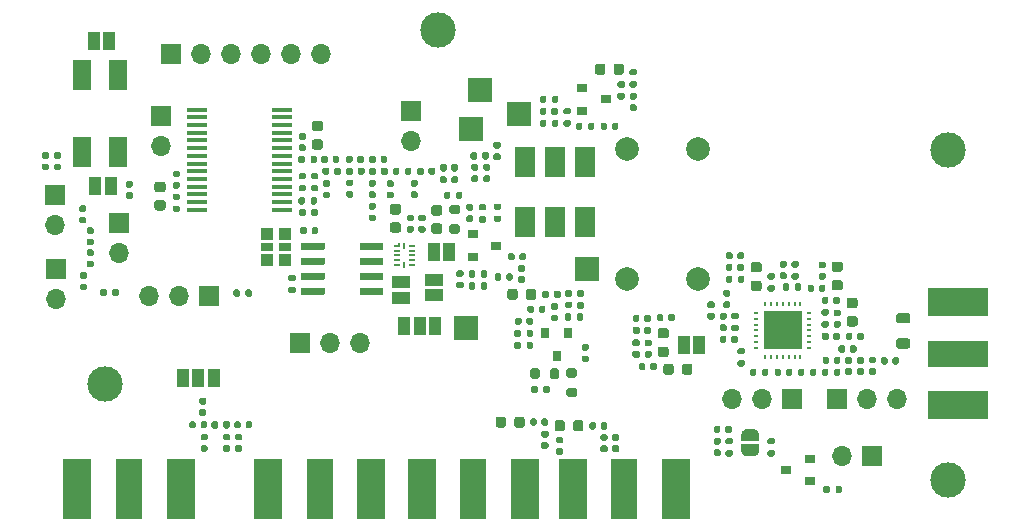
<source format=gbr>
G04 #@! TF.GenerationSoftware,KiCad,Pcbnew,5.99.0+really5.1.10+dfsg1-1*
G04 #@! TF.CreationDate,2022-01-09T21:41:06-05:00*
G04 #@! TF.ProjectId,radio,72616469-6f2e-46b6-9963-61645f706362,rev?*
G04 #@! TF.SameCoordinates,Original*
G04 #@! TF.FileFunction,Soldermask,Top*
G04 #@! TF.FilePolarity,Negative*
%FSLAX46Y46*%
G04 Gerber Fmt 4.6, Leading zero omitted, Abs format (unit mm)*
G04 Created by KiCad (PCBNEW 5.99.0+really5.1.10+dfsg1-1) date 2022-01-09 21:41:06*
%MOMM*%
%LPD*%
G01*
G04 APERTURE LIST*
%ADD10R,2.000000X2.000000*%
%ADD11R,1.000000X1.500000*%
%ADD12R,0.900000X0.800000*%
%ADD13O,1.700000X1.700000*%
%ADD14R,1.700000X1.700000*%
%ADD15C,3.000000*%
%ADD16R,1.750000X0.450000*%
%ADD17O,0.250000X0.500000*%
%ADD18O,0.500000X0.250000*%
%ADD19R,3.330000X3.330000*%
%ADD20R,5.080000X2.413000*%
%ADD21R,5.080000X2.286000*%
%ADD22R,2.413000X5.080000*%
%ADD23R,2.286000X5.080000*%
%ADD24R,1.000000X0.650000*%
%ADD25R,1.000000X1.050000*%
%ADD26R,0.150000X0.250000*%
%ADD27R,0.200000X0.600000*%
%ADD28R,0.600000X0.200000*%
%ADD29R,1.651000X2.540000*%
%ADD30C,2.000000*%
%ADD31R,0.800000X0.900000*%
%ADD32R,1.500000X1.000000*%
%ADD33C,0.100000*%
%ADD34R,1.500000X2.500000*%
G04 APERTURE END LIST*
D10*
G04 #@! TO.C,TP5*
X161036000Y-83820000D03*
G04 #@! TD*
D11*
G04 #@! TO.C,JP13*
X137160000Y-108204000D03*
X138460000Y-108204000D03*
X135860000Y-108204000D03*
G04 #@! TD*
D12*
G04 #@! TO.C,Q4*
X186944000Y-115951000D03*
X188944000Y-115001000D03*
X188944000Y-116901000D03*
G04 #@! TD*
G04 #@! TO.C,R40*
G36*
G01*
X190641000Y-117417000D02*
X190641000Y-117787000D01*
G75*
G02*
X190506000Y-117922000I-135000J0D01*
G01*
X190236000Y-117922000D01*
G75*
G02*
X190101000Y-117787000I0J135000D01*
G01*
X190101000Y-117417000D01*
G75*
G02*
X190236000Y-117282000I135000J0D01*
G01*
X190506000Y-117282000D01*
G75*
G02*
X190641000Y-117417000I0J-135000D01*
G01*
G37*
G36*
G01*
X191661000Y-117417000D02*
X191661000Y-117787000D01*
G75*
G02*
X191526000Y-117922000I-135000J0D01*
G01*
X191256000Y-117922000D01*
G75*
G02*
X191121000Y-117787000I0J135000D01*
G01*
X191121000Y-117417000D01*
G75*
G02*
X191256000Y-117282000I135000J0D01*
G01*
X191526000Y-117282000D01*
G75*
G02*
X191661000Y-117417000I0J-135000D01*
G01*
G37*
G04 #@! TD*
G04 #@! TO.C,L29*
G36*
G01*
X197231250Y-103561500D02*
X196468750Y-103561500D01*
G75*
G02*
X196250000Y-103342750I0J218750D01*
G01*
X196250000Y-102905250D01*
G75*
G02*
X196468750Y-102686500I218750J0D01*
G01*
X197231250Y-102686500D01*
G75*
G02*
X197450000Y-102905250I0J-218750D01*
G01*
X197450000Y-103342750D01*
G75*
G02*
X197231250Y-103561500I-218750J0D01*
G01*
G37*
G36*
G01*
X197231250Y-105686500D02*
X196468750Y-105686500D01*
G75*
G02*
X196250000Y-105467750I0J218750D01*
G01*
X196250000Y-105030250D01*
G75*
G02*
X196468750Y-104811500I218750J0D01*
G01*
X197231250Y-104811500D01*
G75*
G02*
X197450000Y-105030250I0J-218750D01*
G01*
X197450000Y-105467750D01*
G75*
G02*
X197231250Y-105686500I-218750J0D01*
G01*
G37*
G04 #@! TD*
D13*
G04 #@! TO.C,J12*
X191643000Y-114808000D03*
D14*
X194183000Y-114808000D03*
G04 #@! TD*
D15*
G04 #@! TO.C,H4*
X157480000Y-78740000D03*
G04 #@! TD*
G04 #@! TO.C,H3*
X129286000Y-108712000D03*
G04 #@! TD*
G04 #@! TO.C,H2*
X200660000Y-116840000D03*
G04 #@! TD*
G04 #@! TO.C,H1*
X200660000Y-88900000D03*
G04 #@! TD*
G04 #@! TO.C,C73*
G36*
G01*
X125417400Y-89639800D02*
X125077400Y-89639800D01*
G75*
G02*
X124937400Y-89499800I0J140000D01*
G01*
X124937400Y-89219800D01*
G75*
G02*
X125077400Y-89079800I140000J0D01*
G01*
X125417400Y-89079800D01*
G75*
G02*
X125557400Y-89219800I0J-140000D01*
G01*
X125557400Y-89499800D01*
G75*
G02*
X125417400Y-89639800I-140000J0D01*
G01*
G37*
G36*
G01*
X125417400Y-90599800D02*
X125077400Y-90599800D01*
G75*
G02*
X124937400Y-90459800I0J140000D01*
G01*
X124937400Y-90179800D01*
G75*
G02*
X125077400Y-90039800I140000J0D01*
G01*
X125417400Y-90039800D01*
G75*
G02*
X125557400Y-90179800I0J-140000D01*
G01*
X125557400Y-90459800D01*
G75*
G02*
X125417400Y-90599800I-140000J0D01*
G01*
G37*
G04 #@! TD*
G04 #@! TO.C,C72*
G36*
G01*
X127846000Y-96389800D02*
X128186000Y-96389800D01*
G75*
G02*
X128326000Y-96529800I0J-140000D01*
G01*
X128326000Y-96809800D01*
G75*
G02*
X128186000Y-96949800I-140000J0D01*
G01*
X127846000Y-96949800D01*
G75*
G02*
X127706000Y-96809800I0J140000D01*
G01*
X127706000Y-96529800D01*
G75*
G02*
X127846000Y-96389800I140000J0D01*
G01*
G37*
G36*
G01*
X127846000Y-95429800D02*
X128186000Y-95429800D01*
G75*
G02*
X128326000Y-95569800I0J-140000D01*
G01*
X128326000Y-95849800D01*
G75*
G02*
X128186000Y-95989800I-140000J0D01*
G01*
X127846000Y-95989800D01*
G75*
G02*
X127706000Y-95849800I0J140000D01*
G01*
X127706000Y-95569800D01*
G75*
G02*
X127846000Y-95429800I140000J0D01*
G01*
G37*
G04 #@! TD*
G04 #@! TO.C,C71*
G36*
G01*
X124401400Y-89617000D02*
X124061400Y-89617000D01*
G75*
G02*
X123921400Y-89477000I0J140000D01*
G01*
X123921400Y-89197000D01*
G75*
G02*
X124061400Y-89057000I140000J0D01*
G01*
X124401400Y-89057000D01*
G75*
G02*
X124541400Y-89197000I0J-140000D01*
G01*
X124541400Y-89477000D01*
G75*
G02*
X124401400Y-89617000I-140000J0D01*
G01*
G37*
G36*
G01*
X124401400Y-90577000D02*
X124061400Y-90577000D01*
G75*
G02*
X123921400Y-90437000I0J140000D01*
G01*
X123921400Y-90157000D01*
G75*
G02*
X124061400Y-90017000I140000J0D01*
G01*
X124401400Y-90017000D01*
G75*
G02*
X124541400Y-90157000I0J-140000D01*
G01*
X124541400Y-90437000D01*
G75*
G02*
X124401400Y-90577000I-140000J0D01*
G01*
G37*
G04 #@! TD*
G04 #@! TO.C,C70*
G36*
G01*
X127846000Y-98244000D02*
X128186000Y-98244000D01*
G75*
G02*
X128326000Y-98384000I0J-140000D01*
G01*
X128326000Y-98664000D01*
G75*
G02*
X128186000Y-98804000I-140000J0D01*
G01*
X127846000Y-98804000D01*
G75*
G02*
X127706000Y-98664000I0J140000D01*
G01*
X127706000Y-98384000D01*
G75*
G02*
X127846000Y-98244000I140000J0D01*
G01*
G37*
G36*
G01*
X127846000Y-97284000D02*
X128186000Y-97284000D01*
G75*
G02*
X128326000Y-97424000I0J-140000D01*
G01*
X128326000Y-97704000D01*
G75*
G02*
X128186000Y-97844000I-140000J0D01*
G01*
X127846000Y-97844000D01*
G75*
G02*
X127706000Y-97704000I0J140000D01*
G01*
X127706000Y-97424000D01*
G75*
G02*
X127846000Y-97284000I140000J0D01*
G01*
G37*
G04 #@! TD*
G04 #@! TO.C,R18*
G36*
G01*
X146191000Y-89477000D02*
X146191000Y-89847000D01*
G75*
G02*
X146056000Y-89982000I-135000J0D01*
G01*
X145786000Y-89982000D01*
G75*
G02*
X145651000Y-89847000I0J135000D01*
G01*
X145651000Y-89477000D01*
G75*
G02*
X145786000Y-89342000I135000J0D01*
G01*
X146056000Y-89342000D01*
G75*
G02*
X146191000Y-89477000I0J-135000D01*
G01*
G37*
G36*
G01*
X147211000Y-89477000D02*
X147211000Y-89847000D01*
G75*
G02*
X147076000Y-89982000I-135000J0D01*
G01*
X146806000Y-89982000D01*
G75*
G02*
X146671000Y-89847000I0J135000D01*
G01*
X146671000Y-89477000D01*
G75*
G02*
X146806000Y-89342000I135000J0D01*
G01*
X147076000Y-89342000D01*
G75*
G02*
X147211000Y-89477000I0J-135000D01*
G01*
G37*
G04 #@! TD*
G04 #@! TO.C,L16*
G36*
G01*
X192315600Y-105887300D02*
X192315600Y-105542300D01*
G75*
G02*
X192463100Y-105394800I147500J0D01*
G01*
X192758100Y-105394800D01*
G75*
G02*
X192905600Y-105542300I0J-147500D01*
G01*
X192905600Y-105887300D01*
G75*
G02*
X192758100Y-106034800I-147500J0D01*
G01*
X192463100Y-106034800D01*
G75*
G02*
X192315600Y-105887300I0J147500D01*
G01*
G37*
G36*
G01*
X191345600Y-105887300D02*
X191345600Y-105542300D01*
G75*
G02*
X191493100Y-105394800I147500J0D01*
G01*
X191788100Y-105394800D01*
G75*
G02*
X191935600Y-105542300I0J-147500D01*
G01*
X191935600Y-105887300D01*
G75*
G02*
X191788100Y-106034800I-147500J0D01*
G01*
X191493100Y-106034800D01*
G75*
G02*
X191345600Y-105887300I0J147500D01*
G01*
G37*
G04 #@! TD*
G04 #@! TO.C,C35*
G36*
G01*
X193073200Y-107360000D02*
X193413200Y-107360000D01*
G75*
G02*
X193553200Y-107500000I0J-140000D01*
G01*
X193553200Y-107780000D01*
G75*
G02*
X193413200Y-107920000I-140000J0D01*
G01*
X193073200Y-107920000D01*
G75*
G02*
X192933200Y-107780000I0J140000D01*
G01*
X192933200Y-107500000D01*
G75*
G02*
X193073200Y-107360000I140000J0D01*
G01*
G37*
G36*
G01*
X193073200Y-106400000D02*
X193413200Y-106400000D01*
G75*
G02*
X193553200Y-106540000I0J-140000D01*
G01*
X193553200Y-106820000D01*
G75*
G02*
X193413200Y-106960000I-140000J0D01*
G01*
X193073200Y-106960000D01*
G75*
G02*
X192933200Y-106820000I0J140000D01*
G01*
X192933200Y-106540000D01*
G75*
G02*
X193073200Y-106400000I140000J0D01*
G01*
G37*
G04 #@! TD*
G04 #@! TO.C,C36*
G36*
G01*
X194089200Y-107337200D02*
X194429200Y-107337200D01*
G75*
G02*
X194569200Y-107477200I0J-140000D01*
G01*
X194569200Y-107757200D01*
G75*
G02*
X194429200Y-107897200I-140000J0D01*
G01*
X194089200Y-107897200D01*
G75*
G02*
X193949200Y-107757200I0J140000D01*
G01*
X193949200Y-107477200D01*
G75*
G02*
X194089200Y-107337200I140000J0D01*
G01*
G37*
G36*
G01*
X194089200Y-106377200D02*
X194429200Y-106377200D01*
G75*
G02*
X194569200Y-106517200I0J-140000D01*
G01*
X194569200Y-106797200D01*
G75*
G02*
X194429200Y-106937200I-140000J0D01*
G01*
X194089200Y-106937200D01*
G75*
G02*
X193949200Y-106797200I0J140000D01*
G01*
X193949200Y-106517200D01*
G75*
G02*
X194089200Y-106377200I140000J0D01*
G01*
G37*
G04 #@! TD*
G04 #@! TO.C,C32*
G36*
G01*
X195532400Y-106560800D02*
X195532400Y-106900800D01*
G75*
G02*
X195392400Y-107040800I-140000J0D01*
G01*
X195112400Y-107040800D01*
G75*
G02*
X194972400Y-106900800I0J140000D01*
G01*
X194972400Y-106560800D01*
G75*
G02*
X195112400Y-106420800I140000J0D01*
G01*
X195392400Y-106420800D01*
G75*
G02*
X195532400Y-106560800I0J-140000D01*
G01*
G37*
G36*
G01*
X196492400Y-106560800D02*
X196492400Y-106900800D01*
G75*
G02*
X196352400Y-107040800I-140000J0D01*
G01*
X196072400Y-107040800D01*
G75*
G02*
X195932400Y-106900800I0J140000D01*
G01*
X195932400Y-106560800D01*
G75*
G02*
X196072400Y-106420800I140000J0D01*
G01*
X196352400Y-106420800D01*
G75*
G02*
X196492400Y-106560800I0J-140000D01*
G01*
G37*
G04 #@! TD*
G04 #@! TO.C,C34*
G36*
G01*
X192057200Y-107360000D02*
X192397200Y-107360000D01*
G75*
G02*
X192537200Y-107500000I0J-140000D01*
G01*
X192537200Y-107780000D01*
G75*
G02*
X192397200Y-107920000I-140000J0D01*
G01*
X192057200Y-107920000D01*
G75*
G02*
X191917200Y-107780000I0J140000D01*
G01*
X191917200Y-107500000D01*
G75*
G02*
X192057200Y-107360000I140000J0D01*
G01*
G37*
G36*
G01*
X192057200Y-106400000D02*
X192397200Y-106400000D01*
G75*
G02*
X192537200Y-106540000I0J-140000D01*
G01*
X192537200Y-106820000D01*
G75*
G02*
X192397200Y-106960000I-140000J0D01*
G01*
X192057200Y-106960000D01*
G75*
G02*
X191917200Y-106820000I0J140000D01*
G01*
X191917200Y-106540000D01*
G75*
G02*
X192057200Y-106400000I140000J0D01*
G01*
G37*
G04 #@! TD*
G04 #@! TO.C,L24*
G36*
G01*
X162285900Y-89140800D02*
X162630900Y-89140800D01*
G75*
G02*
X162778400Y-89288300I0J-147500D01*
G01*
X162778400Y-89583300D01*
G75*
G02*
X162630900Y-89730800I-147500J0D01*
G01*
X162285900Y-89730800D01*
G75*
G02*
X162138400Y-89583300I0J147500D01*
G01*
X162138400Y-89288300D01*
G75*
G02*
X162285900Y-89140800I147500J0D01*
G01*
G37*
G36*
G01*
X162285900Y-88170800D02*
X162630900Y-88170800D01*
G75*
G02*
X162778400Y-88318300I0J-147500D01*
G01*
X162778400Y-88613300D01*
G75*
G02*
X162630900Y-88760800I-147500J0D01*
G01*
X162285900Y-88760800D01*
G75*
G02*
X162138400Y-88613300I0J147500D01*
G01*
X162138400Y-88318300D01*
G75*
G02*
X162285900Y-88170800I147500J0D01*
G01*
G37*
G04 #@! TD*
G04 #@! TO.C,C21*
G36*
G01*
X182408160Y-97653020D02*
X182408160Y-97993020D01*
G75*
G02*
X182268160Y-98133020I-140000J0D01*
G01*
X181988160Y-98133020D01*
G75*
G02*
X181848160Y-97993020I0J140000D01*
G01*
X181848160Y-97653020D01*
G75*
G02*
X181988160Y-97513020I140000J0D01*
G01*
X182268160Y-97513020D01*
G75*
G02*
X182408160Y-97653020I0J-140000D01*
G01*
G37*
G36*
G01*
X183368160Y-97653020D02*
X183368160Y-97993020D01*
G75*
G02*
X183228160Y-98133020I-140000J0D01*
G01*
X182948160Y-98133020D01*
G75*
G02*
X182808160Y-97993020I0J140000D01*
G01*
X182808160Y-97653020D01*
G75*
G02*
X182948160Y-97513020I140000J0D01*
G01*
X183228160Y-97513020D01*
G75*
G02*
X183368160Y-97653020I0J-140000D01*
G01*
G37*
G04 #@! TD*
D16*
G04 #@! TO.C,U4*
X144272000Y-85466500D03*
X144272000Y-86116500D03*
X144272000Y-86766500D03*
X144272000Y-87416500D03*
X144272000Y-88066500D03*
X144272000Y-88716500D03*
X144272000Y-89366500D03*
X144272000Y-90016500D03*
X144272000Y-90666500D03*
X144272000Y-91316500D03*
X144272000Y-91966500D03*
X144272000Y-92616500D03*
X144272000Y-93266500D03*
X144272000Y-93916500D03*
X137072000Y-93916500D03*
X137072000Y-93266500D03*
X137072000Y-92616500D03*
X137072000Y-91966500D03*
X137072000Y-91316500D03*
X137072000Y-90666500D03*
X137072000Y-90016500D03*
X137072000Y-89366500D03*
X137072000Y-88716500D03*
X137072000Y-88066500D03*
X137072000Y-87416500D03*
X137072000Y-86766500D03*
X137072000Y-86116500D03*
X137072000Y-85466500D03*
G04 #@! TD*
G04 #@! TO.C,U6*
G36*
G01*
X150830500Y-97286000D02*
X150830500Y-96770000D01*
G75*
G02*
X150872500Y-96728000I42000J0D01*
G01*
X152758500Y-96728000D01*
G75*
G02*
X152800500Y-96770000I0J-42000D01*
G01*
X152800500Y-97286000D01*
G75*
G02*
X152758500Y-97328000I-42000J0D01*
G01*
X150872500Y-97328000D01*
G75*
G02*
X150830500Y-97286000I0J42000D01*
G01*
G37*
G36*
G01*
X150830500Y-98556000D02*
X150830500Y-98040000D01*
G75*
G02*
X150872500Y-97998000I42000J0D01*
G01*
X152758500Y-97998000D01*
G75*
G02*
X152800500Y-98040000I0J-42000D01*
G01*
X152800500Y-98556000D01*
G75*
G02*
X152758500Y-98598000I-42000J0D01*
G01*
X150872500Y-98598000D01*
G75*
G02*
X150830500Y-98556000I0J42000D01*
G01*
G37*
G36*
G01*
X150830500Y-99826000D02*
X150830500Y-99310000D01*
G75*
G02*
X150872500Y-99268000I42000J0D01*
G01*
X152758500Y-99268000D01*
G75*
G02*
X152800500Y-99310000I0J-42000D01*
G01*
X152800500Y-99826000D01*
G75*
G02*
X152758500Y-99868000I-42000J0D01*
G01*
X150872500Y-99868000D01*
G75*
G02*
X150830500Y-99826000I0J42000D01*
G01*
G37*
G36*
G01*
X150830500Y-101096000D02*
X150830500Y-100580000D01*
G75*
G02*
X150872500Y-100538000I42000J0D01*
G01*
X152758500Y-100538000D01*
G75*
G02*
X152800500Y-100580000I0J-42000D01*
G01*
X152800500Y-101096000D01*
G75*
G02*
X152758500Y-101138000I-42000J0D01*
G01*
X150872500Y-101138000D01*
G75*
G02*
X150830500Y-101096000I0J42000D01*
G01*
G37*
G36*
G01*
X145890500Y-101096000D02*
X145890500Y-100580000D01*
G75*
G02*
X145932500Y-100538000I42000J0D01*
G01*
X147818500Y-100538000D01*
G75*
G02*
X147860500Y-100580000I0J-42000D01*
G01*
X147860500Y-101096000D01*
G75*
G02*
X147818500Y-101138000I-42000J0D01*
G01*
X145932500Y-101138000D01*
G75*
G02*
X145890500Y-101096000I0J42000D01*
G01*
G37*
G36*
G01*
X145890500Y-99826000D02*
X145890500Y-99310000D01*
G75*
G02*
X145932500Y-99268000I42000J0D01*
G01*
X147818500Y-99268000D01*
G75*
G02*
X147860500Y-99310000I0J-42000D01*
G01*
X147860500Y-99826000D01*
G75*
G02*
X147818500Y-99868000I-42000J0D01*
G01*
X145932500Y-99868000D01*
G75*
G02*
X145890500Y-99826000I0J42000D01*
G01*
G37*
G36*
G01*
X145890500Y-98556000D02*
X145890500Y-98040000D01*
G75*
G02*
X145932500Y-97998000I42000J0D01*
G01*
X147818500Y-97998000D01*
G75*
G02*
X147860500Y-98040000I0J-42000D01*
G01*
X147860500Y-98556000D01*
G75*
G02*
X147818500Y-98598000I-42000J0D01*
G01*
X145932500Y-98598000D01*
G75*
G02*
X145890500Y-98556000I0J42000D01*
G01*
G37*
G36*
G01*
X145890500Y-97286000D02*
X145890500Y-96770000D01*
G75*
G02*
X145932500Y-96728000I42000J0D01*
G01*
X147818500Y-96728000D01*
G75*
G02*
X147860500Y-96770000I0J-42000D01*
G01*
X147860500Y-97286000D01*
G75*
G02*
X147818500Y-97328000I-42000J0D01*
G01*
X145932500Y-97328000D01*
G75*
G02*
X145890500Y-97286000I0J42000D01*
G01*
G37*
G04 #@! TD*
D17*
G04 #@! TO.C,U2*
X185154000Y-101898000D03*
X185654000Y-101898000D03*
X186154000Y-101898000D03*
X186654000Y-101898000D03*
X187154000Y-101898000D03*
X187654000Y-101898000D03*
X188154000Y-101898000D03*
D18*
X188904000Y-102648000D03*
X188904000Y-103148000D03*
X188904000Y-103648000D03*
X188904000Y-104148000D03*
X188904000Y-104648000D03*
X188904000Y-105148000D03*
X188904000Y-105648000D03*
D17*
X188154000Y-106398000D03*
X187654000Y-106398000D03*
X187154000Y-106398000D03*
X186654000Y-106398000D03*
X186154000Y-106398000D03*
X185654000Y-106398000D03*
X185154000Y-106398000D03*
D18*
X184404000Y-105648000D03*
X184404000Y-105148000D03*
X184404000Y-104648000D03*
X184404000Y-104148000D03*
X184404000Y-103648000D03*
X184404000Y-103148000D03*
X184404000Y-102648000D03*
D19*
X186654000Y-104148000D03*
G04 #@! TD*
D10*
G04 #@! TO.C,TP4*
X170053000Y-98933000D03*
G04 #@! TD*
G04 #@! TO.C,TP3*
X164338000Y-85852000D03*
G04 #@! TD*
G04 #@! TO.C,TP2*
X160223200Y-87071200D03*
G04 #@! TD*
D11*
G04 #@! TO.C,JP12*
X179578000Y-105410000D03*
X178278000Y-105410000D03*
G04 #@! TD*
D20*
G04 #@! TO.C,J8*
X201485500Y-110490000D03*
D21*
X201485500Y-106108500D03*
D20*
X201485500Y-101727000D03*
G04 #@! TD*
D22*
G04 #@! TO.C,J5*
X151828500Y-117602000D03*
D23*
X147447000Y-117602000D03*
D22*
X143065500Y-117602000D03*
G04 #@! TD*
G04 #@! TO.C,J4*
X126936500Y-117602000D03*
D23*
X131318000Y-117602000D03*
D22*
X135699500Y-117602000D03*
G04 #@! TD*
G04 #@! TO.C,J3*
X164846000Y-117602000D03*
D23*
X160464500Y-117602000D03*
D22*
X156083000Y-117602000D03*
G04 #@! TD*
G04 #@! TO.C,J2*
X177622200Y-117602000D03*
D23*
X173240700Y-117602000D03*
D22*
X168859200Y-117602000D03*
G04 #@! TD*
D24*
G04 #@! TO.C,U5*
X142951400Y-97071400D03*
X144551400Y-97071400D03*
D25*
X142951400Y-98196400D03*
X144551400Y-98196400D03*
X142951400Y-95946400D03*
X144551400Y-95946400D03*
G04 #@! TD*
D26*
G04 #@! TO.C,U3*
X154197500Y-96815000D03*
D27*
X154622500Y-96990000D03*
D28*
X155272500Y-96990000D03*
X155272500Y-97390000D03*
X155272500Y-97790000D03*
X155272500Y-98190000D03*
X155272500Y-98590000D03*
D27*
X154622500Y-98590000D03*
D28*
X153972500Y-98590000D03*
X153972500Y-98190000D03*
X153972500Y-97790000D03*
X153972500Y-97390000D03*
X153972500Y-96990000D03*
G04 #@! TD*
D29*
G04 #@! TO.C,U1*
X169926000Y-89852500D03*
X167386000Y-89852500D03*
X164846000Y-89852500D03*
X169926000Y-94932500D03*
X167386000Y-94932500D03*
X164846000Y-94932500D03*
G04 #@! TD*
D10*
G04 #@! TO.C,TP1*
X159850000Y-103950000D03*
G04 #@! TD*
D30*
G04 #@! TO.C,T1*
X179471840Y-99758500D03*
X179471840Y-88758500D03*
X173471840Y-99758500D03*
X173471840Y-88758500D03*
G04 #@! TD*
G04 #@! TO.C,R39*
G36*
G01*
X146171500Y-91352400D02*
X145801500Y-91352400D01*
G75*
G02*
X145666500Y-91217400I0J135000D01*
G01*
X145666500Y-90947400D01*
G75*
G02*
X145801500Y-90812400I135000J0D01*
G01*
X146171500Y-90812400D01*
G75*
G02*
X146306500Y-90947400I0J-135000D01*
G01*
X146306500Y-91217400D01*
G75*
G02*
X146171500Y-91352400I-135000J0D01*
G01*
G37*
G36*
G01*
X146171500Y-92372400D02*
X145801500Y-92372400D01*
G75*
G02*
X145666500Y-92237400I0J135000D01*
G01*
X145666500Y-91967400D01*
G75*
G02*
X145801500Y-91832400I135000J0D01*
G01*
X146171500Y-91832400D01*
G75*
G02*
X146306500Y-91967400I0J-135000D01*
G01*
X146306500Y-92237400D01*
G75*
G02*
X146171500Y-92372400I-135000J0D01*
G01*
G37*
G04 #@! TD*
G04 #@! TO.C,R38*
G36*
G01*
X166636000Y-86429000D02*
X166636000Y-86799000D01*
G75*
G02*
X166501000Y-86934000I-135000J0D01*
G01*
X166231000Y-86934000D01*
G75*
G02*
X166096000Y-86799000I0J135000D01*
G01*
X166096000Y-86429000D01*
G75*
G02*
X166231000Y-86294000I135000J0D01*
G01*
X166501000Y-86294000D01*
G75*
G02*
X166636000Y-86429000I0J-135000D01*
G01*
G37*
G36*
G01*
X167656000Y-86429000D02*
X167656000Y-86799000D01*
G75*
G02*
X167521000Y-86934000I-135000J0D01*
G01*
X167251000Y-86934000D01*
G75*
G02*
X167116000Y-86799000I0J135000D01*
G01*
X167116000Y-86429000D01*
G75*
G02*
X167251000Y-86294000I135000J0D01*
G01*
X167521000Y-86294000D01*
G75*
G02*
X167656000Y-86429000I0J-135000D01*
G01*
G37*
G04 #@! TD*
G04 #@! TO.C,R37*
G36*
G01*
X140679200Y-100805400D02*
X140679200Y-101175400D01*
G75*
G02*
X140544200Y-101310400I-135000J0D01*
G01*
X140274200Y-101310400D01*
G75*
G02*
X140139200Y-101175400I0J135000D01*
G01*
X140139200Y-100805400D01*
G75*
G02*
X140274200Y-100670400I135000J0D01*
G01*
X140544200Y-100670400D01*
G75*
G02*
X140679200Y-100805400I0J-135000D01*
G01*
G37*
G36*
G01*
X141699200Y-100805400D02*
X141699200Y-101175400D01*
G75*
G02*
X141564200Y-101310400I-135000J0D01*
G01*
X141294200Y-101310400D01*
G75*
G02*
X141159200Y-101175400I0J135000D01*
G01*
X141159200Y-100805400D01*
G75*
G02*
X141294200Y-100670400I135000J0D01*
G01*
X141564200Y-100670400D01*
G75*
G02*
X141699200Y-100805400I0J-135000D01*
G01*
G37*
G04 #@! TD*
G04 #@! TO.C,R36*
G36*
G01*
X145282500Y-99961000D02*
X144912500Y-99961000D01*
G75*
G02*
X144777500Y-99826000I0J135000D01*
G01*
X144777500Y-99556000D01*
G75*
G02*
X144912500Y-99421000I135000J0D01*
G01*
X145282500Y-99421000D01*
G75*
G02*
X145417500Y-99556000I0J-135000D01*
G01*
X145417500Y-99826000D01*
G75*
G02*
X145282500Y-99961000I-135000J0D01*
G01*
G37*
G36*
G01*
X145282500Y-100981000D02*
X144912500Y-100981000D01*
G75*
G02*
X144777500Y-100846000I0J135000D01*
G01*
X144777500Y-100576000D01*
G75*
G02*
X144912500Y-100441000I135000J0D01*
G01*
X145282500Y-100441000D01*
G75*
G02*
X145417500Y-100576000I0J-135000D01*
G01*
X145417500Y-100846000D01*
G75*
G02*
X145282500Y-100981000I-135000J0D01*
G01*
G37*
G04 #@! TD*
G04 #@! TO.C,R35*
G36*
G01*
X129401600Y-100754600D02*
X129401600Y-101124600D01*
G75*
G02*
X129266600Y-101259600I-135000J0D01*
G01*
X128996600Y-101259600D01*
G75*
G02*
X128861600Y-101124600I0J135000D01*
G01*
X128861600Y-100754600D01*
G75*
G02*
X128996600Y-100619600I135000J0D01*
G01*
X129266600Y-100619600D01*
G75*
G02*
X129401600Y-100754600I0J-135000D01*
G01*
G37*
G36*
G01*
X130421600Y-100754600D02*
X130421600Y-101124600D01*
G75*
G02*
X130286600Y-101259600I-135000J0D01*
G01*
X130016600Y-101259600D01*
G75*
G02*
X129881600Y-101124600I0J135000D01*
G01*
X129881600Y-100754600D01*
G75*
G02*
X130016600Y-100619600I135000J0D01*
G01*
X130286600Y-100619600D01*
G75*
G02*
X130421600Y-100754600I0J-135000D01*
G01*
G37*
G04 #@! TD*
G04 #@! TO.C,R34*
G36*
G01*
X161087500Y-100578500D02*
X161087500Y-100208500D01*
G75*
G02*
X161222500Y-100073500I135000J0D01*
G01*
X161492500Y-100073500D01*
G75*
G02*
X161627500Y-100208500I0J-135000D01*
G01*
X161627500Y-100578500D01*
G75*
G02*
X161492500Y-100713500I-135000J0D01*
G01*
X161222500Y-100713500D01*
G75*
G02*
X161087500Y-100578500I0J135000D01*
G01*
G37*
G36*
G01*
X160067500Y-100578500D02*
X160067500Y-100208500D01*
G75*
G02*
X160202500Y-100073500I135000J0D01*
G01*
X160472500Y-100073500D01*
G75*
G02*
X160607500Y-100208500I0J-135000D01*
G01*
X160607500Y-100578500D01*
G75*
G02*
X160472500Y-100713500I-135000J0D01*
G01*
X160202500Y-100713500D01*
G75*
G02*
X160067500Y-100578500I0J135000D01*
G01*
G37*
G04 #@! TD*
G04 #@! TO.C,R33*
G36*
G01*
X161085500Y-99562500D02*
X161085500Y-99192500D01*
G75*
G02*
X161220500Y-99057500I135000J0D01*
G01*
X161490500Y-99057500D01*
G75*
G02*
X161625500Y-99192500I0J-135000D01*
G01*
X161625500Y-99562500D01*
G75*
G02*
X161490500Y-99697500I-135000J0D01*
G01*
X161220500Y-99697500D01*
G75*
G02*
X161085500Y-99562500I0J135000D01*
G01*
G37*
G36*
G01*
X160065500Y-99562500D02*
X160065500Y-99192500D01*
G75*
G02*
X160200500Y-99057500I135000J0D01*
G01*
X160470500Y-99057500D01*
G75*
G02*
X160605500Y-99192500I0J-135000D01*
G01*
X160605500Y-99562500D01*
G75*
G02*
X160470500Y-99697500I-135000J0D01*
G01*
X160200500Y-99697500D01*
G75*
G02*
X160065500Y-99562500I0J135000D01*
G01*
G37*
G04 #@! TD*
G04 #@! TO.C,R32*
G36*
G01*
X164481000Y-105225000D02*
X164481000Y-105595000D01*
G75*
G02*
X164346000Y-105730000I-135000J0D01*
G01*
X164076000Y-105730000D01*
G75*
G02*
X163941000Y-105595000I0J135000D01*
G01*
X163941000Y-105225000D01*
G75*
G02*
X164076000Y-105090000I135000J0D01*
G01*
X164346000Y-105090000D01*
G75*
G02*
X164481000Y-105225000I0J-135000D01*
G01*
G37*
G36*
G01*
X165501000Y-105225000D02*
X165501000Y-105595000D01*
G75*
G02*
X165366000Y-105730000I-135000J0D01*
G01*
X165096000Y-105730000D01*
G75*
G02*
X164961000Y-105595000I0J135000D01*
G01*
X164961000Y-105225000D01*
G75*
G02*
X165096000Y-105090000I135000J0D01*
G01*
X165366000Y-105090000D01*
G75*
G02*
X165501000Y-105225000I0J-135000D01*
G01*
G37*
G04 #@! TD*
G04 #@! TO.C,R31*
G36*
G01*
X164481000Y-104209000D02*
X164481000Y-104579000D01*
G75*
G02*
X164346000Y-104714000I-135000J0D01*
G01*
X164076000Y-104714000D01*
G75*
G02*
X163941000Y-104579000I0J135000D01*
G01*
X163941000Y-104209000D01*
G75*
G02*
X164076000Y-104074000I135000J0D01*
G01*
X164346000Y-104074000D01*
G75*
G02*
X164481000Y-104209000I0J-135000D01*
G01*
G37*
G36*
G01*
X165501000Y-104209000D02*
X165501000Y-104579000D01*
G75*
G02*
X165366000Y-104714000I-135000J0D01*
G01*
X165096000Y-104714000D01*
G75*
G02*
X164961000Y-104579000I0J135000D01*
G01*
X164961000Y-104209000D01*
G75*
G02*
X165096000Y-104074000I135000J0D01*
G01*
X165366000Y-104074000D01*
G75*
G02*
X165501000Y-104209000I0J-135000D01*
G01*
G37*
G04 #@! TD*
G04 #@! TO.C,R30*
G36*
G01*
X161411500Y-93992000D02*
X161041500Y-93992000D01*
G75*
G02*
X160906500Y-93857000I0J135000D01*
G01*
X160906500Y-93587000D01*
G75*
G02*
X161041500Y-93452000I135000J0D01*
G01*
X161411500Y-93452000D01*
G75*
G02*
X161546500Y-93587000I0J-135000D01*
G01*
X161546500Y-93857000D01*
G75*
G02*
X161411500Y-93992000I-135000J0D01*
G01*
G37*
G36*
G01*
X161411500Y-95012000D02*
X161041500Y-95012000D01*
G75*
G02*
X160906500Y-94877000I0J135000D01*
G01*
X160906500Y-94607000D01*
G75*
G02*
X161041500Y-94472000I135000J0D01*
G01*
X161411500Y-94472000D01*
G75*
G02*
X161546500Y-94607000I0J-135000D01*
G01*
X161546500Y-94877000D01*
G75*
G02*
X161411500Y-95012000I-135000J0D01*
G01*
G37*
G04 #@! TD*
G04 #@! TO.C,R29*
G36*
G01*
X135133500Y-93585000D02*
X135503500Y-93585000D01*
G75*
G02*
X135638500Y-93720000I0J-135000D01*
G01*
X135638500Y-93990000D01*
G75*
G02*
X135503500Y-94125000I-135000J0D01*
G01*
X135133500Y-94125000D01*
G75*
G02*
X134998500Y-93990000I0J135000D01*
G01*
X134998500Y-93720000D01*
G75*
G02*
X135133500Y-93585000I135000J0D01*
G01*
G37*
G36*
G01*
X135133500Y-92565000D02*
X135503500Y-92565000D01*
G75*
G02*
X135638500Y-92700000I0J-135000D01*
G01*
X135638500Y-92970000D01*
G75*
G02*
X135503500Y-93105000I-135000J0D01*
G01*
X135133500Y-93105000D01*
G75*
G02*
X134998500Y-92970000I0J135000D01*
G01*
X134998500Y-92700000D01*
G75*
G02*
X135133500Y-92565000I135000J0D01*
G01*
G37*
G04 #@! TD*
G04 #@! TO.C,R28*
G36*
G01*
X158602000Y-95167500D02*
X159152000Y-95167500D01*
G75*
G02*
X159352000Y-95367500I0J-200000D01*
G01*
X159352000Y-95767500D01*
G75*
G02*
X159152000Y-95967500I-200000J0D01*
G01*
X158602000Y-95967500D01*
G75*
G02*
X158402000Y-95767500I0J200000D01*
G01*
X158402000Y-95367500D01*
G75*
G02*
X158602000Y-95167500I200000J0D01*
G01*
G37*
G36*
G01*
X158602000Y-93517500D02*
X159152000Y-93517500D01*
G75*
G02*
X159352000Y-93717500I0J-200000D01*
G01*
X159352000Y-94117500D01*
G75*
G02*
X159152000Y-94317500I-200000J0D01*
G01*
X158602000Y-94317500D01*
G75*
G02*
X158402000Y-94117500I0J200000D01*
G01*
X158402000Y-93717500D01*
G75*
G02*
X158602000Y-93517500I200000J0D01*
G01*
G37*
G04 #@! TD*
G04 #@! TO.C,R27*
G36*
G01*
X169213500Y-103182000D02*
X169213500Y-102812000D01*
G75*
G02*
X169348500Y-102677000I135000J0D01*
G01*
X169618500Y-102677000D01*
G75*
G02*
X169753500Y-102812000I0J-135000D01*
G01*
X169753500Y-103182000D01*
G75*
G02*
X169618500Y-103317000I-135000J0D01*
G01*
X169348500Y-103317000D01*
G75*
G02*
X169213500Y-103182000I0J135000D01*
G01*
G37*
G36*
G01*
X168193500Y-103182000D02*
X168193500Y-102812000D01*
G75*
G02*
X168328500Y-102677000I135000J0D01*
G01*
X168598500Y-102677000D01*
G75*
G02*
X168733500Y-102812000I0J-135000D01*
G01*
X168733500Y-103182000D01*
G75*
G02*
X168598500Y-103317000I-135000J0D01*
G01*
X168328500Y-103317000D01*
G75*
G02*
X168193500Y-103182000I0J135000D01*
G01*
G37*
G04 #@! TD*
G04 #@! TO.C,R26*
G36*
G01*
X158990000Y-92895000D02*
X158990000Y-92525000D01*
G75*
G02*
X159125000Y-92390000I135000J0D01*
G01*
X159395000Y-92390000D01*
G75*
G02*
X159530000Y-92525000I0J-135000D01*
G01*
X159530000Y-92895000D01*
G75*
G02*
X159395000Y-93030000I-135000J0D01*
G01*
X159125000Y-93030000D01*
G75*
G02*
X158990000Y-92895000I0J135000D01*
G01*
G37*
G36*
G01*
X157970000Y-92895000D02*
X157970000Y-92525000D01*
G75*
G02*
X158105000Y-92390000I135000J0D01*
G01*
X158375000Y-92390000D01*
G75*
G02*
X158510000Y-92525000I0J-135000D01*
G01*
X158510000Y-92895000D01*
G75*
G02*
X158375000Y-93030000I-135000J0D01*
G01*
X158105000Y-93030000D01*
G75*
G02*
X157970000Y-92895000I0J135000D01*
G01*
G37*
G04 #@! TD*
G04 #@! TO.C,R25*
G36*
G01*
X169360000Y-101774500D02*
X169730000Y-101774500D01*
G75*
G02*
X169865000Y-101909500I0J-135000D01*
G01*
X169865000Y-102179500D01*
G75*
G02*
X169730000Y-102314500I-135000J0D01*
G01*
X169360000Y-102314500D01*
G75*
G02*
X169225000Y-102179500I0J135000D01*
G01*
X169225000Y-101909500D01*
G75*
G02*
X169360000Y-101774500I135000J0D01*
G01*
G37*
G36*
G01*
X169360000Y-100754500D02*
X169730000Y-100754500D01*
G75*
G02*
X169865000Y-100889500I0J-135000D01*
G01*
X169865000Y-101159500D01*
G75*
G02*
X169730000Y-101294500I-135000J0D01*
G01*
X169360000Y-101294500D01*
G75*
G02*
X169225000Y-101159500I0J135000D01*
G01*
X169225000Y-100889500D01*
G75*
G02*
X169360000Y-100754500I135000J0D01*
G01*
G37*
G04 #@! TD*
G04 #@! TO.C,R24*
G36*
G01*
X162324200Y-94423200D02*
X162694200Y-94423200D01*
G75*
G02*
X162829200Y-94558200I0J-135000D01*
G01*
X162829200Y-94828200D01*
G75*
G02*
X162694200Y-94963200I-135000J0D01*
G01*
X162324200Y-94963200D01*
G75*
G02*
X162189200Y-94828200I0J135000D01*
G01*
X162189200Y-94558200D01*
G75*
G02*
X162324200Y-94423200I135000J0D01*
G01*
G37*
G36*
G01*
X162324200Y-93403200D02*
X162694200Y-93403200D01*
G75*
G02*
X162829200Y-93538200I0J-135000D01*
G01*
X162829200Y-93808200D01*
G75*
G02*
X162694200Y-93943200I-135000J0D01*
G01*
X162324200Y-93943200D01*
G75*
G02*
X162189200Y-93808200I0J135000D01*
G01*
X162189200Y-93538200D01*
G75*
G02*
X162324200Y-93403200I135000J0D01*
G01*
G37*
G04 #@! TD*
G04 #@! TO.C,R23*
G36*
G01*
X146254500Y-93985500D02*
X146254500Y-94355500D01*
G75*
G02*
X146119500Y-94490500I-135000J0D01*
G01*
X145849500Y-94490500D01*
G75*
G02*
X145714500Y-94355500I0J135000D01*
G01*
X145714500Y-93985500D01*
G75*
G02*
X145849500Y-93850500I135000J0D01*
G01*
X146119500Y-93850500D01*
G75*
G02*
X146254500Y-93985500I0J-135000D01*
G01*
G37*
G36*
G01*
X147274500Y-93985500D02*
X147274500Y-94355500D01*
G75*
G02*
X147139500Y-94490500I-135000J0D01*
G01*
X146869500Y-94490500D01*
G75*
G02*
X146734500Y-94355500I0J135000D01*
G01*
X146734500Y-93985500D01*
G75*
G02*
X146869500Y-93850500I135000J0D01*
G01*
X147139500Y-93850500D01*
G75*
G02*
X147274500Y-93985500I0J-135000D01*
G01*
G37*
G04 #@! TD*
G04 #@! TO.C,R22*
G36*
G01*
X169058000Y-108159500D02*
X168508000Y-108159500D01*
G75*
G02*
X168308000Y-107959500I0J200000D01*
G01*
X168308000Y-107559500D01*
G75*
G02*
X168508000Y-107359500I200000J0D01*
G01*
X169058000Y-107359500D01*
G75*
G02*
X169258000Y-107559500I0J-200000D01*
G01*
X169258000Y-107959500D01*
G75*
G02*
X169058000Y-108159500I-200000J0D01*
G01*
G37*
G36*
G01*
X169058000Y-109809500D02*
X168508000Y-109809500D01*
G75*
G02*
X168308000Y-109609500I0J200000D01*
G01*
X168308000Y-109209500D01*
G75*
G02*
X168508000Y-109009500I200000J0D01*
G01*
X169058000Y-109009500D01*
G75*
G02*
X169258000Y-109209500I0J-200000D01*
G01*
X169258000Y-109609500D01*
G75*
G02*
X169058000Y-109809500I-200000J0D01*
G01*
G37*
G04 #@! TD*
G04 #@! TO.C,R21*
G36*
G01*
X166921500Y-108098000D02*
X166921500Y-107548000D01*
G75*
G02*
X167121500Y-107348000I200000J0D01*
G01*
X167521500Y-107348000D01*
G75*
G02*
X167721500Y-107548000I0J-200000D01*
G01*
X167721500Y-108098000D01*
G75*
G02*
X167521500Y-108298000I-200000J0D01*
G01*
X167121500Y-108298000D01*
G75*
G02*
X166921500Y-108098000I0J200000D01*
G01*
G37*
G36*
G01*
X165271500Y-108098000D02*
X165271500Y-107548000D01*
G75*
G02*
X165471500Y-107348000I200000J0D01*
G01*
X165871500Y-107348000D01*
G75*
G02*
X166071500Y-107548000I0J-200000D01*
G01*
X166071500Y-108098000D01*
G75*
G02*
X165871500Y-108298000I-200000J0D01*
G01*
X165471500Y-108298000D01*
G75*
G02*
X165271500Y-108098000I0J200000D01*
G01*
G37*
G04 #@! TD*
G04 #@! TO.C,R20*
G36*
G01*
X146191000Y-92982200D02*
X146191000Y-93352200D01*
G75*
G02*
X146056000Y-93487200I-135000J0D01*
G01*
X145786000Y-93487200D01*
G75*
G02*
X145651000Y-93352200I0J135000D01*
G01*
X145651000Y-92982200D01*
G75*
G02*
X145786000Y-92847200I135000J0D01*
G01*
X146056000Y-92847200D01*
G75*
G02*
X146191000Y-92982200I0J-135000D01*
G01*
G37*
G36*
G01*
X147211000Y-92982200D02*
X147211000Y-93352200D01*
G75*
G02*
X147076000Y-93487200I-135000J0D01*
G01*
X146806000Y-93487200D01*
G75*
G02*
X146671000Y-93352200I0J135000D01*
G01*
X146671000Y-92982200D01*
G75*
G02*
X146806000Y-92847200I135000J0D01*
G01*
X147076000Y-92847200D01*
G75*
G02*
X147211000Y-92982200I0J-135000D01*
G01*
G37*
G04 #@! TD*
G04 #@! TO.C,R19*
G36*
G01*
X147200200Y-91352400D02*
X146830200Y-91352400D01*
G75*
G02*
X146695200Y-91217400I0J135000D01*
G01*
X146695200Y-90947400D01*
G75*
G02*
X146830200Y-90812400I135000J0D01*
G01*
X147200200Y-90812400D01*
G75*
G02*
X147335200Y-90947400I0J-135000D01*
G01*
X147335200Y-91217400D01*
G75*
G02*
X147200200Y-91352400I-135000J0D01*
G01*
G37*
G36*
G01*
X147200200Y-92372400D02*
X146830200Y-92372400D01*
G75*
G02*
X146695200Y-92237400I0J135000D01*
G01*
X146695200Y-91967400D01*
G75*
G02*
X146830200Y-91832400I135000J0D01*
G01*
X147200200Y-91832400D01*
G75*
G02*
X147335200Y-91967400I0J-135000D01*
G01*
X147335200Y-92237400D01*
G75*
G02*
X147200200Y-92372400I-135000J0D01*
G01*
G37*
G04 #@! TD*
G04 #@! TO.C,R17*
G36*
G01*
X154190000Y-90493000D02*
X154190000Y-90863000D01*
G75*
G02*
X154055000Y-90998000I-135000J0D01*
G01*
X153785000Y-90998000D01*
G75*
G02*
X153650000Y-90863000I0J135000D01*
G01*
X153650000Y-90493000D01*
G75*
G02*
X153785000Y-90358000I135000J0D01*
G01*
X154055000Y-90358000D01*
G75*
G02*
X154190000Y-90493000I0J-135000D01*
G01*
G37*
G36*
G01*
X155210000Y-90493000D02*
X155210000Y-90863000D01*
G75*
G02*
X155075000Y-90998000I-135000J0D01*
G01*
X154805000Y-90998000D01*
G75*
G02*
X154670000Y-90863000I0J135000D01*
G01*
X154670000Y-90493000D01*
G75*
G02*
X154805000Y-90358000I135000J0D01*
G01*
X155075000Y-90358000D01*
G75*
G02*
X155210000Y-90493000I0J-135000D01*
G01*
G37*
G04 #@! TD*
G04 #@! TO.C,R16*
G36*
G01*
X190992000Y-107881000D02*
X190992000Y-107511000D01*
G75*
G02*
X191127000Y-107376000I135000J0D01*
G01*
X191397000Y-107376000D01*
G75*
G02*
X191532000Y-107511000I0J-135000D01*
G01*
X191532000Y-107881000D01*
G75*
G02*
X191397000Y-108016000I-135000J0D01*
G01*
X191127000Y-108016000D01*
G75*
G02*
X190992000Y-107881000I0J135000D01*
G01*
G37*
G36*
G01*
X189972000Y-107881000D02*
X189972000Y-107511000D01*
G75*
G02*
X190107000Y-107376000I135000J0D01*
G01*
X190377000Y-107376000D01*
G75*
G02*
X190512000Y-107511000I0J-135000D01*
G01*
X190512000Y-107881000D01*
G75*
G02*
X190377000Y-108016000I-135000J0D01*
G01*
X190107000Y-108016000D01*
G75*
G02*
X189972000Y-107881000I0J135000D01*
G01*
G37*
G04 #@! TD*
G04 #@! TO.C,R15*
G36*
G01*
X190061000Y-103366000D02*
X190431000Y-103366000D01*
G75*
G02*
X190566000Y-103501000I0J-135000D01*
G01*
X190566000Y-103771000D01*
G75*
G02*
X190431000Y-103906000I-135000J0D01*
G01*
X190061000Y-103906000D01*
G75*
G02*
X189926000Y-103771000I0J135000D01*
G01*
X189926000Y-103501000D01*
G75*
G02*
X190061000Y-103366000I135000J0D01*
G01*
G37*
G36*
G01*
X190061000Y-102346000D02*
X190431000Y-102346000D01*
G75*
G02*
X190566000Y-102481000I0J-135000D01*
G01*
X190566000Y-102751000D01*
G75*
G02*
X190431000Y-102886000I-135000J0D01*
G01*
X190061000Y-102886000D01*
G75*
G02*
X189926000Y-102751000I0J135000D01*
G01*
X189926000Y-102481000D01*
G75*
G02*
X190061000Y-102346000I135000J0D01*
G01*
G37*
G04 #@! TD*
G04 #@! TO.C,R14*
G36*
G01*
X188960000Y-107881000D02*
X188960000Y-107511000D01*
G75*
G02*
X189095000Y-107376000I135000J0D01*
G01*
X189365000Y-107376000D01*
G75*
G02*
X189500000Y-107511000I0J-135000D01*
G01*
X189500000Y-107881000D01*
G75*
G02*
X189365000Y-108016000I-135000J0D01*
G01*
X189095000Y-108016000D01*
G75*
G02*
X188960000Y-107881000I0J135000D01*
G01*
G37*
G36*
G01*
X187940000Y-107881000D02*
X187940000Y-107511000D01*
G75*
G02*
X188075000Y-107376000I135000J0D01*
G01*
X188345000Y-107376000D01*
G75*
G02*
X188480000Y-107511000I0J-135000D01*
G01*
X188480000Y-107881000D01*
G75*
G02*
X188345000Y-108016000I-135000J0D01*
G01*
X188075000Y-108016000D01*
G75*
G02*
X187940000Y-107881000I0J135000D01*
G01*
G37*
G04 #@! TD*
G04 #@! TO.C,R13*
G36*
G01*
X182441000Y-103668800D02*
X182811000Y-103668800D01*
G75*
G02*
X182946000Y-103803800I0J-135000D01*
G01*
X182946000Y-104073800D01*
G75*
G02*
X182811000Y-104208800I-135000J0D01*
G01*
X182441000Y-104208800D01*
G75*
G02*
X182306000Y-104073800I0J135000D01*
G01*
X182306000Y-103803800D01*
G75*
G02*
X182441000Y-103668800I135000J0D01*
G01*
G37*
G36*
G01*
X182441000Y-102648800D02*
X182811000Y-102648800D01*
G75*
G02*
X182946000Y-102783800I0J-135000D01*
G01*
X182946000Y-103053800D01*
G75*
G02*
X182811000Y-103188800I-135000J0D01*
G01*
X182441000Y-103188800D01*
G75*
G02*
X182306000Y-103053800I0J135000D01*
G01*
X182306000Y-102783800D01*
G75*
G02*
X182441000Y-102648800I135000J0D01*
G01*
G37*
G04 #@! TD*
G04 #@! TO.C,R12*
G36*
G01*
X170168000Y-87053000D02*
X170168000Y-86683000D01*
G75*
G02*
X170303000Y-86548000I135000J0D01*
G01*
X170573000Y-86548000D01*
G75*
G02*
X170708000Y-86683000I0J-135000D01*
G01*
X170708000Y-87053000D01*
G75*
G02*
X170573000Y-87188000I-135000J0D01*
G01*
X170303000Y-87188000D01*
G75*
G02*
X170168000Y-87053000I0J135000D01*
G01*
G37*
G36*
G01*
X169148000Y-87053000D02*
X169148000Y-86683000D01*
G75*
G02*
X169283000Y-86548000I135000J0D01*
G01*
X169553000Y-86548000D01*
G75*
G02*
X169688000Y-86683000I0J-135000D01*
G01*
X169688000Y-87053000D01*
G75*
G02*
X169553000Y-87188000I-135000J0D01*
G01*
X169283000Y-87188000D01*
G75*
G02*
X169148000Y-87053000I0J135000D01*
G01*
G37*
G04 #@! TD*
G04 #@! TO.C,R11*
G36*
G01*
X168217000Y-86346000D02*
X168587000Y-86346000D01*
G75*
G02*
X168722000Y-86481000I0J-135000D01*
G01*
X168722000Y-86751000D01*
G75*
G02*
X168587000Y-86886000I-135000J0D01*
G01*
X168217000Y-86886000D01*
G75*
G02*
X168082000Y-86751000I0J135000D01*
G01*
X168082000Y-86481000D01*
G75*
G02*
X168217000Y-86346000I135000J0D01*
G01*
G37*
G36*
G01*
X168217000Y-85326000D02*
X168587000Y-85326000D01*
G75*
G02*
X168722000Y-85461000I0J-135000D01*
G01*
X168722000Y-85731000D01*
G75*
G02*
X168587000Y-85866000I-135000J0D01*
G01*
X168217000Y-85866000D01*
G75*
G02*
X168082000Y-85731000I0J135000D01*
G01*
X168082000Y-85461000D01*
G75*
G02*
X168217000Y-85326000I135000J0D01*
G01*
G37*
G04 #@! TD*
G04 #@! TO.C,R10*
G36*
G01*
X166640000Y-84397000D02*
X166640000Y-84767000D01*
G75*
G02*
X166505000Y-84902000I-135000J0D01*
G01*
X166235000Y-84902000D01*
G75*
G02*
X166100000Y-84767000I0J135000D01*
G01*
X166100000Y-84397000D01*
G75*
G02*
X166235000Y-84262000I135000J0D01*
G01*
X166505000Y-84262000D01*
G75*
G02*
X166640000Y-84397000I0J-135000D01*
G01*
G37*
G36*
G01*
X167660000Y-84397000D02*
X167660000Y-84767000D01*
G75*
G02*
X167525000Y-84902000I-135000J0D01*
G01*
X167255000Y-84902000D01*
G75*
G02*
X167120000Y-84767000I0J135000D01*
G01*
X167120000Y-84397000D01*
G75*
G02*
X167255000Y-84262000I135000J0D01*
G01*
X167525000Y-84262000D01*
G75*
G02*
X167660000Y-84397000I0J-135000D01*
G01*
G37*
G04 #@! TD*
G04 #@! TO.C,R9*
G36*
G01*
X182384000Y-99637000D02*
X182384000Y-100007000D01*
G75*
G02*
X182249000Y-100142000I-135000J0D01*
G01*
X181979000Y-100142000D01*
G75*
G02*
X181844000Y-100007000I0J135000D01*
G01*
X181844000Y-99637000D01*
G75*
G02*
X181979000Y-99502000I135000J0D01*
G01*
X182249000Y-99502000D01*
G75*
G02*
X182384000Y-99637000I0J-135000D01*
G01*
G37*
G36*
G01*
X183404000Y-99637000D02*
X183404000Y-100007000D01*
G75*
G02*
X183269000Y-100142000I-135000J0D01*
G01*
X182999000Y-100142000D01*
G75*
G02*
X182864000Y-100007000I0J135000D01*
G01*
X182864000Y-99637000D01*
G75*
G02*
X182999000Y-99502000I135000J0D01*
G01*
X183269000Y-99502000D01*
G75*
G02*
X183404000Y-99637000I0J-135000D01*
G01*
G37*
G04 #@! TD*
G04 #@! TO.C,R8*
G36*
G01*
X187210000Y-100297400D02*
X187210000Y-100667400D01*
G75*
G02*
X187075000Y-100802400I-135000J0D01*
G01*
X186805000Y-100802400D01*
G75*
G02*
X186670000Y-100667400I0J135000D01*
G01*
X186670000Y-100297400D01*
G75*
G02*
X186805000Y-100162400I135000J0D01*
G01*
X187075000Y-100162400D01*
G75*
G02*
X187210000Y-100297400I0J-135000D01*
G01*
G37*
G36*
G01*
X188230000Y-100297400D02*
X188230000Y-100667400D01*
G75*
G02*
X188095000Y-100802400I-135000J0D01*
G01*
X187825000Y-100802400D01*
G75*
G02*
X187690000Y-100667400I0J135000D01*
G01*
X187690000Y-100297400D01*
G75*
G02*
X187825000Y-100162400I135000J0D01*
G01*
X188095000Y-100162400D01*
G75*
G02*
X188230000Y-100297400I0J-135000D01*
G01*
G37*
G04 #@! TD*
G04 #@! TO.C,R7*
G36*
G01*
X187891000Y-98822000D02*
X187521000Y-98822000D01*
G75*
G02*
X187386000Y-98687000I0J135000D01*
G01*
X187386000Y-98417000D01*
G75*
G02*
X187521000Y-98282000I135000J0D01*
G01*
X187891000Y-98282000D01*
G75*
G02*
X188026000Y-98417000I0J-135000D01*
G01*
X188026000Y-98687000D01*
G75*
G02*
X187891000Y-98822000I-135000J0D01*
G01*
G37*
G36*
G01*
X187891000Y-99842000D02*
X187521000Y-99842000D01*
G75*
G02*
X187386000Y-99707000I0J135000D01*
G01*
X187386000Y-99437000D01*
G75*
G02*
X187521000Y-99302000I135000J0D01*
G01*
X187891000Y-99302000D01*
G75*
G02*
X188026000Y-99437000I0J-135000D01*
G01*
X188026000Y-99707000D01*
G75*
G02*
X187891000Y-99842000I-135000J0D01*
G01*
G37*
G04 #@! TD*
G04 #@! TO.C,R6*
G36*
G01*
X183319000Y-106184000D02*
X182949000Y-106184000D01*
G75*
G02*
X182814000Y-106049000I0J135000D01*
G01*
X182814000Y-105779000D01*
G75*
G02*
X182949000Y-105644000I135000J0D01*
G01*
X183319000Y-105644000D01*
G75*
G02*
X183454000Y-105779000I0J-135000D01*
G01*
X183454000Y-106049000D01*
G75*
G02*
X183319000Y-106184000I-135000J0D01*
G01*
G37*
G36*
G01*
X183319000Y-107204000D02*
X182949000Y-107204000D01*
G75*
G02*
X182814000Y-107069000I0J135000D01*
G01*
X182814000Y-106799000D01*
G75*
G02*
X182949000Y-106664000I135000J0D01*
G01*
X183319000Y-106664000D01*
G75*
G02*
X183454000Y-106799000I0J-135000D01*
G01*
X183454000Y-107069000D01*
G75*
G02*
X183319000Y-107204000I-135000J0D01*
G01*
G37*
G04 #@! TD*
G04 #@! TO.C,R5*
G36*
G01*
X174175000Y-82564000D02*
X173805000Y-82564000D01*
G75*
G02*
X173670000Y-82429000I0J135000D01*
G01*
X173670000Y-82159000D01*
G75*
G02*
X173805000Y-82024000I135000J0D01*
G01*
X174175000Y-82024000D01*
G75*
G02*
X174310000Y-82159000I0J-135000D01*
G01*
X174310000Y-82429000D01*
G75*
G02*
X174175000Y-82564000I-135000J0D01*
G01*
G37*
G36*
G01*
X174175000Y-83584000D02*
X173805000Y-83584000D01*
G75*
G02*
X173670000Y-83449000I0J135000D01*
G01*
X173670000Y-83179000D01*
G75*
G02*
X173805000Y-83044000I135000J0D01*
G01*
X174175000Y-83044000D01*
G75*
G02*
X174310000Y-83179000I0J-135000D01*
G01*
X174310000Y-83449000D01*
G75*
G02*
X174175000Y-83584000I-135000J0D01*
G01*
G37*
G04 #@! TD*
G04 #@! TO.C,R4*
G36*
G01*
X185489000Y-100318000D02*
X185859000Y-100318000D01*
G75*
G02*
X185994000Y-100453000I0J-135000D01*
G01*
X185994000Y-100723000D01*
G75*
G02*
X185859000Y-100858000I-135000J0D01*
G01*
X185489000Y-100858000D01*
G75*
G02*
X185354000Y-100723000I0J135000D01*
G01*
X185354000Y-100453000D01*
G75*
G02*
X185489000Y-100318000I135000J0D01*
G01*
G37*
G36*
G01*
X185489000Y-99298000D02*
X185859000Y-99298000D01*
G75*
G02*
X185994000Y-99433000I0J-135000D01*
G01*
X185994000Y-99703000D01*
G75*
G02*
X185859000Y-99838000I-135000J0D01*
G01*
X185489000Y-99838000D01*
G75*
G02*
X185354000Y-99703000I0J135000D01*
G01*
X185354000Y-99433000D01*
G75*
G02*
X185489000Y-99298000I135000J0D01*
G01*
G37*
G04 #@! TD*
G04 #@! TO.C,R3*
G36*
G01*
X184900000Y-107881000D02*
X184900000Y-107511000D01*
G75*
G02*
X185035000Y-107376000I135000J0D01*
G01*
X185305000Y-107376000D01*
G75*
G02*
X185440000Y-107511000I0J-135000D01*
G01*
X185440000Y-107881000D01*
G75*
G02*
X185305000Y-108016000I-135000J0D01*
G01*
X185035000Y-108016000D01*
G75*
G02*
X184900000Y-107881000I0J135000D01*
G01*
G37*
G36*
G01*
X183880000Y-107881000D02*
X183880000Y-107511000D01*
G75*
G02*
X184015000Y-107376000I135000J0D01*
G01*
X184285000Y-107376000D01*
G75*
G02*
X184420000Y-107511000I0J-135000D01*
G01*
X184420000Y-107881000D01*
G75*
G02*
X184285000Y-108016000I-135000J0D01*
G01*
X184015000Y-108016000D01*
G75*
G02*
X183880000Y-107881000I0J135000D01*
G01*
G37*
G04 #@! TD*
G04 #@! TO.C,R2*
G36*
G01*
X185859000Y-113804000D02*
X185489000Y-113804000D01*
G75*
G02*
X185354000Y-113669000I0J135000D01*
G01*
X185354000Y-113399000D01*
G75*
G02*
X185489000Y-113264000I135000J0D01*
G01*
X185859000Y-113264000D01*
G75*
G02*
X185994000Y-113399000I0J-135000D01*
G01*
X185994000Y-113669000D01*
G75*
G02*
X185859000Y-113804000I-135000J0D01*
G01*
G37*
G36*
G01*
X185859000Y-114824000D02*
X185489000Y-114824000D01*
G75*
G02*
X185354000Y-114689000I0J135000D01*
G01*
X185354000Y-114419000D01*
G75*
G02*
X185489000Y-114284000I135000J0D01*
G01*
X185859000Y-114284000D01*
G75*
G02*
X185994000Y-114419000I0J-135000D01*
G01*
X185994000Y-114689000D01*
G75*
G02*
X185859000Y-114824000I-135000J0D01*
G01*
G37*
G04 #@! TD*
G04 #@! TO.C,R1*
G36*
G01*
X181933000Y-114286000D02*
X182303000Y-114286000D01*
G75*
G02*
X182438000Y-114421000I0J-135000D01*
G01*
X182438000Y-114691000D01*
G75*
G02*
X182303000Y-114826000I-135000J0D01*
G01*
X181933000Y-114826000D01*
G75*
G02*
X181798000Y-114691000I0J135000D01*
G01*
X181798000Y-114421000D01*
G75*
G02*
X181933000Y-114286000I135000J0D01*
G01*
G37*
G36*
G01*
X181933000Y-113266000D02*
X182303000Y-113266000D01*
G75*
G02*
X182438000Y-113401000I0J-135000D01*
G01*
X182438000Y-113671000D01*
G75*
G02*
X182303000Y-113806000I-135000J0D01*
G01*
X181933000Y-113806000D01*
G75*
G02*
X181798000Y-113671000I0J135000D01*
G01*
X181798000Y-113401000D01*
G75*
G02*
X181933000Y-113266000I135000J0D01*
G01*
G37*
G04 #@! TD*
D12*
G04 #@! TO.C,Q3*
X162401000Y-96962000D03*
X160401000Y-97912000D03*
X160401000Y-96012000D03*
G04 #@! TD*
D31*
G04 #@! TO.C,Q2*
X167515500Y-106330500D03*
X166565500Y-104330500D03*
X168465500Y-104330500D03*
G04 #@! TD*
D12*
G04 #@! TO.C,Q1*
X171672000Y-84582000D03*
X169672000Y-85532000D03*
X169672000Y-83632000D03*
G04 #@! TD*
G04 #@! TO.C,L28*
G36*
G01*
X172331600Y-113880400D02*
X172676600Y-113880400D01*
G75*
G02*
X172824100Y-114027900I0J-147500D01*
G01*
X172824100Y-114322900D01*
G75*
G02*
X172676600Y-114470400I-147500J0D01*
G01*
X172331600Y-114470400D01*
G75*
G02*
X172184100Y-114322900I0J147500D01*
G01*
X172184100Y-114027900D01*
G75*
G02*
X172331600Y-113880400I147500J0D01*
G01*
G37*
G36*
G01*
X172331600Y-112910400D02*
X172676600Y-112910400D01*
G75*
G02*
X172824100Y-113057900I0J-147500D01*
G01*
X172824100Y-113352900D01*
G75*
G02*
X172676600Y-113500400I-147500J0D01*
G01*
X172331600Y-113500400D01*
G75*
G02*
X172184100Y-113352900I0J147500D01*
G01*
X172184100Y-113057900D01*
G75*
G02*
X172331600Y-112910400I147500J0D01*
G01*
G37*
G04 #@! TD*
G04 #@! TO.C,L27*
G36*
G01*
X167258500Y-101264500D02*
X167258500Y-100919500D01*
G75*
G02*
X167406000Y-100772000I147500J0D01*
G01*
X167701000Y-100772000D01*
G75*
G02*
X167848500Y-100919500I0J-147500D01*
G01*
X167848500Y-101264500D01*
G75*
G02*
X167701000Y-101412000I-147500J0D01*
G01*
X167406000Y-101412000D01*
G75*
G02*
X167258500Y-101264500I0J147500D01*
G01*
G37*
G36*
G01*
X166288500Y-101264500D02*
X166288500Y-100919500D01*
G75*
G02*
X166436000Y-100772000I147500J0D01*
G01*
X166731000Y-100772000D01*
G75*
G02*
X166878500Y-100919500I0J-147500D01*
G01*
X166878500Y-101264500D01*
G75*
G02*
X166731000Y-101412000I-147500J0D01*
G01*
X166436000Y-101412000D01*
G75*
G02*
X166288500Y-101264500I0J147500D01*
G01*
G37*
G04 #@! TD*
G04 #@! TO.C,L26*
G36*
G01*
X164904000Y-101348250D02*
X164904000Y-100835750D01*
G75*
G02*
X165122750Y-100617000I218750J0D01*
G01*
X165560250Y-100617000D01*
G75*
G02*
X165779000Y-100835750I0J-218750D01*
G01*
X165779000Y-101348250D01*
G75*
G02*
X165560250Y-101567000I-218750J0D01*
G01*
X165122750Y-101567000D01*
G75*
G02*
X164904000Y-101348250I0J218750D01*
G01*
G37*
G36*
G01*
X163329000Y-101348250D02*
X163329000Y-100835750D01*
G75*
G02*
X163547750Y-100617000I218750J0D01*
G01*
X163985250Y-100617000D01*
G75*
G02*
X164204000Y-100835750I0J-218750D01*
G01*
X164204000Y-101348250D01*
G75*
G02*
X163985250Y-101567000I-218750J0D01*
G01*
X163547750Y-101567000D01*
G75*
G02*
X163329000Y-101348250I0J218750D01*
G01*
G37*
G04 #@! TD*
G04 #@! TO.C,L25*
G36*
G01*
X164356000Y-99567500D02*
X164701000Y-99567500D01*
G75*
G02*
X164848500Y-99715000I0J-147500D01*
G01*
X164848500Y-100010000D01*
G75*
G02*
X164701000Y-100157500I-147500J0D01*
G01*
X164356000Y-100157500D01*
G75*
G02*
X164208500Y-100010000I0J147500D01*
G01*
X164208500Y-99715000D01*
G75*
G02*
X164356000Y-99567500I147500J0D01*
G01*
G37*
G36*
G01*
X164356000Y-98597500D02*
X164701000Y-98597500D01*
G75*
G02*
X164848500Y-98745000I0J-147500D01*
G01*
X164848500Y-99040000D01*
G75*
G02*
X164701000Y-99187500I-147500J0D01*
G01*
X164356000Y-99187500D01*
G75*
G02*
X164208500Y-99040000I0J147500D01*
G01*
X164208500Y-98745000D01*
G75*
G02*
X164356000Y-98597500I147500J0D01*
G01*
G37*
G04 #@! TD*
G04 #@! TO.C,L23*
G36*
G01*
X165949000Y-108984000D02*
X165949000Y-109329000D01*
G75*
G02*
X165801500Y-109476500I-147500J0D01*
G01*
X165506500Y-109476500D01*
G75*
G02*
X165359000Y-109329000I0J147500D01*
G01*
X165359000Y-108984000D01*
G75*
G02*
X165506500Y-108836500I147500J0D01*
G01*
X165801500Y-108836500D01*
G75*
G02*
X165949000Y-108984000I0J-147500D01*
G01*
G37*
G36*
G01*
X166919000Y-108984000D02*
X166919000Y-109329000D01*
G75*
G02*
X166771500Y-109476500I-147500J0D01*
G01*
X166476500Y-109476500D01*
G75*
G02*
X166329000Y-109329000I0J147500D01*
G01*
X166329000Y-108984000D01*
G75*
G02*
X166476500Y-108836500I147500J0D01*
G01*
X166771500Y-108836500D01*
G75*
G02*
X166919000Y-108984000I0J-147500D01*
G01*
G37*
G04 #@! TD*
G04 #@! TO.C,L22*
G36*
G01*
X152613000Y-90850500D02*
X152613000Y-90505500D01*
G75*
G02*
X152760500Y-90358000I147500J0D01*
G01*
X153055500Y-90358000D01*
G75*
G02*
X153203000Y-90505500I0J-147500D01*
G01*
X153203000Y-90850500D01*
G75*
G02*
X153055500Y-90998000I-147500J0D01*
G01*
X152760500Y-90998000D01*
G75*
G02*
X152613000Y-90850500I0J147500D01*
G01*
G37*
G36*
G01*
X151643000Y-90850500D02*
X151643000Y-90505500D01*
G75*
G02*
X151790500Y-90358000I147500J0D01*
G01*
X152085500Y-90358000D01*
G75*
G02*
X152233000Y-90505500I0J-147500D01*
G01*
X152233000Y-90850500D01*
G75*
G02*
X152085500Y-90998000I-147500J0D01*
G01*
X151790500Y-90998000D01*
G75*
G02*
X151643000Y-90850500I0J147500D01*
G01*
G37*
G04 #@! TD*
G04 #@! TO.C,L21*
G36*
G01*
X150662000Y-90850500D02*
X150662000Y-90505500D01*
G75*
G02*
X150809500Y-90358000I147500J0D01*
G01*
X151104500Y-90358000D01*
G75*
G02*
X151252000Y-90505500I0J-147500D01*
G01*
X151252000Y-90850500D01*
G75*
G02*
X151104500Y-90998000I-147500J0D01*
G01*
X150809500Y-90998000D01*
G75*
G02*
X150662000Y-90850500I0J147500D01*
G01*
G37*
G36*
G01*
X149692000Y-90850500D02*
X149692000Y-90505500D01*
G75*
G02*
X149839500Y-90358000I147500J0D01*
G01*
X150134500Y-90358000D01*
G75*
G02*
X150282000Y-90505500I0J-147500D01*
G01*
X150282000Y-90850500D01*
G75*
G02*
X150134500Y-90998000I-147500J0D01*
G01*
X149839500Y-90998000D01*
G75*
G02*
X149692000Y-90850500I0J147500D01*
G01*
G37*
G04 #@! TD*
G04 #@! TO.C,L20*
G36*
G01*
X148653000Y-90850500D02*
X148653000Y-90505500D01*
G75*
G02*
X148800500Y-90358000I147500J0D01*
G01*
X149095500Y-90358000D01*
G75*
G02*
X149243000Y-90505500I0J-147500D01*
G01*
X149243000Y-90850500D01*
G75*
G02*
X149095500Y-90998000I-147500J0D01*
G01*
X148800500Y-90998000D01*
G75*
G02*
X148653000Y-90850500I0J147500D01*
G01*
G37*
G36*
G01*
X147683000Y-90850500D02*
X147683000Y-90505500D01*
G75*
G02*
X147830500Y-90358000I147500J0D01*
G01*
X148125500Y-90358000D01*
G75*
G02*
X148273000Y-90505500I0J-147500D01*
G01*
X148273000Y-90850500D01*
G75*
G02*
X148125500Y-90998000I-147500J0D01*
G01*
X147830500Y-90998000D01*
G75*
G02*
X147683000Y-90850500I0J147500D01*
G01*
G37*
G04 #@! TD*
G04 #@! TO.C,L19*
G36*
G01*
X161175200Y-89529700D02*
X161175200Y-89184700D01*
G75*
G02*
X161322700Y-89037200I147500J0D01*
G01*
X161617700Y-89037200D01*
G75*
G02*
X161765200Y-89184700I0J-147500D01*
G01*
X161765200Y-89529700D01*
G75*
G02*
X161617700Y-89677200I-147500J0D01*
G01*
X161322700Y-89677200D01*
G75*
G02*
X161175200Y-89529700I0J147500D01*
G01*
G37*
G36*
G01*
X160205200Y-89529700D02*
X160205200Y-89184700D01*
G75*
G02*
X160352700Y-89037200I147500J0D01*
G01*
X160647700Y-89037200D01*
G75*
G02*
X160795200Y-89184700I0J-147500D01*
G01*
X160795200Y-89529700D01*
G75*
G02*
X160647700Y-89677200I-147500J0D01*
G01*
X160352700Y-89677200D01*
G75*
G02*
X160205200Y-89529700I0J147500D01*
G01*
G37*
G04 #@! TD*
G04 #@! TO.C,L18*
G36*
G01*
X158584400Y-90545700D02*
X158584400Y-90200700D01*
G75*
G02*
X158731900Y-90053200I147500J0D01*
G01*
X159026900Y-90053200D01*
G75*
G02*
X159174400Y-90200700I0J-147500D01*
G01*
X159174400Y-90545700D01*
G75*
G02*
X159026900Y-90693200I-147500J0D01*
G01*
X158731900Y-90693200D01*
G75*
G02*
X158584400Y-90545700I0J147500D01*
G01*
G37*
G36*
G01*
X157614400Y-90545700D02*
X157614400Y-90200700D01*
G75*
G02*
X157761900Y-90053200I147500J0D01*
G01*
X158056900Y-90053200D01*
G75*
G02*
X158204400Y-90200700I0J-147500D01*
G01*
X158204400Y-90545700D01*
G75*
G02*
X158056900Y-90693200I-147500J0D01*
G01*
X157761900Y-90693200D01*
G75*
G02*
X157614400Y-90545700I0J147500D01*
G01*
G37*
G04 #@! TD*
G04 #@! TO.C,L17*
G36*
G01*
X156654000Y-90850500D02*
X156654000Y-90505500D01*
G75*
G02*
X156801500Y-90358000I147500J0D01*
G01*
X157096500Y-90358000D01*
G75*
G02*
X157244000Y-90505500I0J-147500D01*
G01*
X157244000Y-90850500D01*
G75*
G02*
X157096500Y-90998000I-147500J0D01*
G01*
X156801500Y-90998000D01*
G75*
G02*
X156654000Y-90850500I0J147500D01*
G01*
G37*
G36*
G01*
X155684000Y-90850500D02*
X155684000Y-90505500D01*
G75*
G02*
X155831500Y-90358000I147500J0D01*
G01*
X156126500Y-90358000D01*
G75*
G02*
X156274000Y-90505500I0J-147500D01*
G01*
X156274000Y-90850500D01*
G75*
G02*
X156126500Y-90998000I-147500J0D01*
G01*
X155831500Y-90998000D01*
G75*
G02*
X155684000Y-90850500I0J147500D01*
G01*
G37*
G04 #@! TD*
G04 #@! TO.C,L15*
G36*
G01*
X180766500Y-102273600D02*
X180421500Y-102273600D01*
G75*
G02*
X180274000Y-102126100I0J147500D01*
G01*
X180274000Y-101831100D01*
G75*
G02*
X180421500Y-101683600I147500J0D01*
G01*
X180766500Y-101683600D01*
G75*
G02*
X180914000Y-101831100I0J-147500D01*
G01*
X180914000Y-102126100D01*
G75*
G02*
X180766500Y-102273600I-147500J0D01*
G01*
G37*
G36*
G01*
X180766500Y-103243600D02*
X180421500Y-103243600D01*
G75*
G02*
X180274000Y-103096100I0J147500D01*
G01*
X180274000Y-102801100D01*
G75*
G02*
X180421500Y-102653600I147500J0D01*
G01*
X180766500Y-102653600D01*
G75*
G02*
X180914000Y-102801100I0J-147500D01*
G01*
X180914000Y-103096100D01*
G75*
G02*
X180766500Y-103243600I-147500J0D01*
G01*
G37*
G04 #@! TD*
G04 #@! TO.C,L14*
G36*
G01*
X190921000Y-104820500D02*
X190921000Y-104475500D01*
G75*
G02*
X191068500Y-104328000I147500J0D01*
G01*
X191363500Y-104328000D01*
G75*
G02*
X191511000Y-104475500I0J-147500D01*
G01*
X191511000Y-104820500D01*
G75*
G02*
X191363500Y-104968000I-147500J0D01*
G01*
X191068500Y-104968000D01*
G75*
G02*
X190921000Y-104820500I0J147500D01*
G01*
G37*
G36*
G01*
X189951000Y-104820500D02*
X189951000Y-104475500D01*
G75*
G02*
X190098500Y-104328000I147500J0D01*
G01*
X190393500Y-104328000D01*
G75*
G02*
X190541000Y-104475500I0J-147500D01*
G01*
X190541000Y-104820500D01*
G75*
G02*
X190393500Y-104968000I-147500J0D01*
G01*
X190098500Y-104968000D01*
G75*
G02*
X189951000Y-104820500I0J147500D01*
G01*
G37*
G04 #@! TD*
G04 #@! TO.C,L13*
G36*
G01*
X174416500Y-105497000D02*
X174071500Y-105497000D01*
G75*
G02*
X173924000Y-105349500I0J147500D01*
G01*
X173924000Y-105054500D01*
G75*
G02*
X174071500Y-104907000I147500J0D01*
G01*
X174416500Y-104907000D01*
G75*
G02*
X174564000Y-105054500I0J-147500D01*
G01*
X174564000Y-105349500D01*
G75*
G02*
X174416500Y-105497000I-147500J0D01*
G01*
G37*
G36*
G01*
X174416500Y-106467000D02*
X174071500Y-106467000D01*
G75*
G02*
X173924000Y-106319500I0J147500D01*
G01*
X173924000Y-106024500D01*
G75*
G02*
X174071500Y-105877000I147500J0D01*
G01*
X174416500Y-105877000D01*
G75*
G02*
X174564000Y-106024500I0J-147500D01*
G01*
X174564000Y-106319500D01*
G75*
G02*
X174416500Y-106467000I-147500J0D01*
G01*
G37*
G04 #@! TD*
G04 #@! TO.C,L12*
G36*
G01*
X174539000Y-103967500D02*
X174539000Y-104312500D01*
G75*
G02*
X174391500Y-104460000I-147500J0D01*
G01*
X174096500Y-104460000D01*
G75*
G02*
X173949000Y-104312500I0J147500D01*
G01*
X173949000Y-103967500D01*
G75*
G02*
X174096500Y-103820000I147500J0D01*
G01*
X174391500Y-103820000D01*
G75*
G02*
X174539000Y-103967500I0J-147500D01*
G01*
G37*
G36*
G01*
X175509000Y-103967500D02*
X175509000Y-104312500D01*
G75*
G02*
X175361500Y-104460000I-147500J0D01*
G01*
X175066500Y-104460000D01*
G75*
G02*
X174919000Y-104312500I0J147500D01*
G01*
X174919000Y-103967500D01*
G75*
G02*
X175066500Y-103820000I147500J0D01*
G01*
X175361500Y-103820000D01*
G75*
G02*
X175509000Y-103967500I0J-147500D01*
G01*
G37*
G04 #@! TD*
G04 #@! TO.C,L11*
G36*
G01*
X178124500Y-107698250D02*
X178124500Y-107185750D01*
G75*
G02*
X178343250Y-106967000I218750J0D01*
G01*
X178780750Y-106967000D01*
G75*
G02*
X178999500Y-107185750I0J-218750D01*
G01*
X178999500Y-107698250D01*
G75*
G02*
X178780750Y-107917000I-218750J0D01*
G01*
X178343250Y-107917000D01*
G75*
G02*
X178124500Y-107698250I0J218750D01*
G01*
G37*
G36*
G01*
X176549500Y-107698250D02*
X176549500Y-107185750D01*
G75*
G02*
X176768250Y-106967000I218750J0D01*
G01*
X177205750Y-106967000D01*
G75*
G02*
X177424500Y-107185750I0J-218750D01*
G01*
X177424500Y-107698250D01*
G75*
G02*
X177205750Y-107917000I-218750J0D01*
G01*
X176768250Y-107917000D01*
G75*
G02*
X176549500Y-107698250I0J218750D01*
G01*
G37*
G04 #@! TD*
G04 #@! TO.C,L10*
G36*
G01*
X176273750Y-105531500D02*
X176786250Y-105531500D01*
G75*
G02*
X177005000Y-105750250I0J-218750D01*
G01*
X177005000Y-106187750D01*
G75*
G02*
X176786250Y-106406500I-218750J0D01*
G01*
X176273750Y-106406500D01*
G75*
G02*
X176055000Y-106187750I0J218750D01*
G01*
X176055000Y-105750250D01*
G75*
G02*
X176273750Y-105531500I218750J0D01*
G01*
G37*
G36*
G01*
X176273750Y-103956500D02*
X176786250Y-103956500D01*
G75*
G02*
X177005000Y-104175250I0J-218750D01*
G01*
X177005000Y-104612750D01*
G75*
G02*
X176786250Y-104831500I-218750J0D01*
G01*
X176273750Y-104831500D01*
G75*
G02*
X176055000Y-104612750I0J218750D01*
G01*
X176055000Y-104175250D01*
G75*
G02*
X176273750Y-103956500I218750J0D01*
G01*
G37*
G04 #@! TD*
G04 #@! TO.C,L9*
G36*
G01*
X184660250Y-99243500D02*
X184147750Y-99243500D01*
G75*
G02*
X183929000Y-99024750I0J218750D01*
G01*
X183929000Y-98587250D01*
G75*
G02*
X184147750Y-98368500I218750J0D01*
G01*
X184660250Y-98368500D01*
G75*
G02*
X184879000Y-98587250I0J-218750D01*
G01*
X184879000Y-99024750D01*
G75*
G02*
X184660250Y-99243500I-218750J0D01*
G01*
G37*
G36*
G01*
X184660250Y-100818500D02*
X184147750Y-100818500D01*
G75*
G02*
X183929000Y-100599750I0J218750D01*
G01*
X183929000Y-100162250D01*
G75*
G02*
X184147750Y-99943500I218750J0D01*
G01*
X184660250Y-99943500D01*
G75*
G02*
X184879000Y-100162250I0J-218750D01*
G01*
X184879000Y-100599750D01*
G75*
G02*
X184660250Y-100818500I-218750J0D01*
G01*
G37*
G04 #@! TD*
G04 #@! TO.C,L8*
G36*
G01*
X191518250Y-99192500D02*
X191005750Y-99192500D01*
G75*
G02*
X190787000Y-98973750I0J218750D01*
G01*
X190787000Y-98536250D01*
G75*
G02*
X191005750Y-98317500I218750J0D01*
G01*
X191518250Y-98317500D01*
G75*
G02*
X191737000Y-98536250I0J-218750D01*
G01*
X191737000Y-98973750D01*
G75*
G02*
X191518250Y-99192500I-218750J0D01*
G01*
G37*
G36*
G01*
X191518250Y-100767500D02*
X191005750Y-100767500D01*
G75*
G02*
X190787000Y-100548750I0J218750D01*
G01*
X190787000Y-100111250D01*
G75*
G02*
X191005750Y-99892500I218750J0D01*
G01*
X191518250Y-99892500D01*
G75*
G02*
X191737000Y-100111250I0J-218750D01*
G01*
X191737000Y-100548750D01*
G75*
G02*
X191518250Y-100767500I-218750J0D01*
G01*
G37*
G04 #@! TD*
G04 #@! TO.C,L7*
G36*
G01*
X171633500Y-81785750D02*
X171633500Y-82298250D01*
G75*
G02*
X171414750Y-82517000I-218750J0D01*
G01*
X170977250Y-82517000D01*
G75*
G02*
X170758500Y-82298250I0J218750D01*
G01*
X170758500Y-81785750D01*
G75*
G02*
X170977250Y-81567000I218750J0D01*
G01*
X171414750Y-81567000D01*
G75*
G02*
X171633500Y-81785750I0J-218750D01*
G01*
G37*
G36*
G01*
X173208500Y-81785750D02*
X173208500Y-82298250D01*
G75*
G02*
X172989750Y-82517000I-218750J0D01*
G01*
X172552250Y-82517000D01*
G75*
G02*
X172333500Y-82298250I0J218750D01*
G01*
X172333500Y-81785750D01*
G75*
G02*
X172552250Y-81567000I218750J0D01*
G01*
X172989750Y-81567000D01*
G75*
G02*
X173208500Y-81785750I0J-218750D01*
G01*
G37*
G04 #@! TD*
G04 #@! TO.C,L6*
G36*
G01*
X173146500Y-83630000D02*
X172801500Y-83630000D01*
G75*
G02*
X172654000Y-83482500I0J147500D01*
G01*
X172654000Y-83187500D01*
G75*
G02*
X172801500Y-83040000I147500J0D01*
G01*
X173146500Y-83040000D01*
G75*
G02*
X173294000Y-83187500I0J-147500D01*
G01*
X173294000Y-83482500D01*
G75*
G02*
X173146500Y-83630000I-147500J0D01*
G01*
G37*
G36*
G01*
X173146500Y-84600000D02*
X172801500Y-84600000D01*
G75*
G02*
X172654000Y-84452500I0J147500D01*
G01*
X172654000Y-84157500D01*
G75*
G02*
X172801500Y-84010000I147500J0D01*
G01*
X173146500Y-84010000D01*
G75*
G02*
X173294000Y-84157500I0J-147500D01*
G01*
X173294000Y-84452500D01*
G75*
G02*
X173146500Y-84600000I-147500J0D01*
G01*
G37*
G04 #@! TD*
G04 #@! TO.C,L5*
G36*
G01*
X139255000Y-112313500D02*
X139255000Y-111968500D01*
G75*
G02*
X139402500Y-111821000I147500J0D01*
G01*
X139697500Y-111821000D01*
G75*
G02*
X139845000Y-111968500I0J-147500D01*
G01*
X139845000Y-112313500D01*
G75*
G02*
X139697500Y-112461000I-147500J0D01*
G01*
X139402500Y-112461000D01*
G75*
G02*
X139255000Y-112313500I0J147500D01*
G01*
G37*
G36*
G01*
X138285000Y-112313500D02*
X138285000Y-111968500D01*
G75*
G02*
X138432500Y-111821000I147500J0D01*
G01*
X138727500Y-111821000D01*
G75*
G02*
X138875000Y-111968500I0J-147500D01*
G01*
X138875000Y-112313500D01*
G75*
G02*
X138727500Y-112461000I-147500J0D01*
G01*
X138432500Y-112461000D01*
G75*
G02*
X138285000Y-112313500I0J147500D01*
G01*
G37*
G04 #@! TD*
G04 #@! TO.C,L4*
G36*
G01*
X166337200Y-113601000D02*
X166682200Y-113601000D01*
G75*
G02*
X166829700Y-113748500I0J-147500D01*
G01*
X166829700Y-114043500D01*
G75*
G02*
X166682200Y-114191000I-147500J0D01*
G01*
X166337200Y-114191000D01*
G75*
G02*
X166189700Y-114043500I0J147500D01*
G01*
X166189700Y-113748500D01*
G75*
G02*
X166337200Y-113601000I147500J0D01*
G01*
G37*
G36*
G01*
X166337200Y-112631000D02*
X166682200Y-112631000D01*
G75*
G02*
X166829700Y-112778500I0J-147500D01*
G01*
X166829700Y-113073500D01*
G75*
G02*
X166682200Y-113221000I-147500J0D01*
G01*
X166337200Y-113221000D01*
G75*
G02*
X166189700Y-113073500I0J147500D01*
G01*
X166189700Y-112778500D01*
G75*
G02*
X166337200Y-112631000I147500J0D01*
G01*
G37*
G04 #@! TD*
G04 #@! TO.C,L3*
G36*
G01*
X137713500Y-110427000D02*
X137368500Y-110427000D01*
G75*
G02*
X137221000Y-110279500I0J147500D01*
G01*
X137221000Y-109984500D01*
G75*
G02*
X137368500Y-109837000I147500J0D01*
G01*
X137713500Y-109837000D01*
G75*
G02*
X137861000Y-109984500I0J-147500D01*
G01*
X137861000Y-110279500D01*
G75*
G02*
X137713500Y-110427000I-147500J0D01*
G01*
G37*
G36*
G01*
X137713500Y-111397000D02*
X137368500Y-111397000D01*
G75*
G02*
X137221000Y-111249500I0J147500D01*
G01*
X137221000Y-110954500D01*
G75*
G02*
X137368500Y-110807000I147500J0D01*
G01*
X137713500Y-110807000D01*
G75*
G02*
X137861000Y-110954500I0J-147500D01*
G01*
X137861000Y-111249500D01*
G75*
G02*
X137713500Y-111397000I-147500J0D01*
G01*
G37*
G04 #@! TD*
G04 #@! TO.C,L2*
G36*
G01*
X163226000Y-111656150D02*
X163226000Y-112168650D01*
G75*
G02*
X163007250Y-112387400I-218750J0D01*
G01*
X162569750Y-112387400D01*
G75*
G02*
X162351000Y-112168650I0J218750D01*
G01*
X162351000Y-111656150D01*
G75*
G02*
X162569750Y-111437400I218750J0D01*
G01*
X163007250Y-111437400D01*
G75*
G02*
X163226000Y-111656150I0J-218750D01*
G01*
G37*
G36*
G01*
X164801000Y-111656150D02*
X164801000Y-112168650D01*
G75*
G02*
X164582250Y-112387400I-218750J0D01*
G01*
X164144750Y-112387400D01*
G75*
G02*
X163926000Y-112168650I0J218750D01*
G01*
X163926000Y-111656150D01*
G75*
G02*
X164144750Y-111437400I218750J0D01*
G01*
X164582250Y-111437400D01*
G75*
G02*
X164801000Y-111656150I0J-218750D01*
G01*
G37*
G04 #@! TD*
G04 #@! TO.C,L1*
G36*
G01*
X168204400Y-111960950D02*
X168204400Y-112473450D01*
G75*
G02*
X167985650Y-112692200I-218750J0D01*
G01*
X167548150Y-112692200D01*
G75*
G02*
X167329400Y-112473450I0J218750D01*
G01*
X167329400Y-111960950D01*
G75*
G02*
X167548150Y-111742200I218750J0D01*
G01*
X167985650Y-111742200D01*
G75*
G02*
X168204400Y-111960950I0J-218750D01*
G01*
G37*
G36*
G01*
X169779400Y-111960950D02*
X169779400Y-112473450D01*
G75*
G02*
X169560650Y-112692200I-218750J0D01*
G01*
X169123150Y-112692200D01*
G75*
G02*
X168904400Y-112473450I0J218750D01*
G01*
X168904400Y-111960950D01*
G75*
G02*
X169123150Y-111742200I218750J0D01*
G01*
X169560650Y-111742200D01*
G75*
G02*
X169779400Y-111960950I0J-218750D01*
G01*
G37*
G04 #@! TD*
D13*
G04 #@! TO.C,JP11*
X132994400Y-101193600D03*
X135534400Y-101193600D03*
D14*
X138074400Y-101193600D03*
G04 #@! TD*
D11*
G04 #@! TO.C,JP10*
X128445500Y-91884500D03*
X129745500Y-91884500D03*
G04 #@! TD*
D32*
G04 #@! TO.C,JP9*
X157099000Y-99885500D03*
X157099000Y-101185500D03*
G04 #@! TD*
D11*
G04 #@! TO.C,JP8*
X158400000Y-97550000D03*
X157100000Y-97550000D03*
G04 #@! TD*
G04 #@! TO.C,JP7*
X129633500Y-79629000D03*
X128333500Y-79629000D03*
G04 #@! TD*
D32*
G04 #@! TO.C,JP6*
X154368500Y-100076000D03*
X154368500Y-101376000D03*
G04 #@! TD*
D11*
G04 #@! TO.C,JP5*
X155926000Y-103759000D03*
X157226000Y-103759000D03*
X154626000Y-103759000D03*
G04 #@! TD*
D13*
G04 #@! TO.C,JP4*
X150876000Y-105219500D03*
X148336000Y-105219500D03*
D14*
X145796000Y-105219500D03*
G04 #@! TD*
D33*
G04 #@! TO.C,JP3*
G36*
X183146602Y-113000000D02*
G01*
X183146602Y-112975466D01*
X183151412Y-112926635D01*
X183160984Y-112878510D01*
X183175228Y-112831555D01*
X183194005Y-112786222D01*
X183217136Y-112742949D01*
X183244396Y-112702150D01*
X183275524Y-112664221D01*
X183310221Y-112629524D01*
X183348150Y-112598396D01*
X183388949Y-112571136D01*
X183432222Y-112548005D01*
X183477555Y-112529228D01*
X183524510Y-112514984D01*
X183572635Y-112505412D01*
X183621466Y-112500602D01*
X183646000Y-112500602D01*
X183646000Y-112500000D01*
X184146000Y-112500000D01*
X184146000Y-112500602D01*
X184170534Y-112500602D01*
X184219365Y-112505412D01*
X184267490Y-112514984D01*
X184314445Y-112529228D01*
X184359778Y-112548005D01*
X184403051Y-112571136D01*
X184443850Y-112598396D01*
X184481779Y-112629524D01*
X184516476Y-112664221D01*
X184547604Y-112702150D01*
X184574864Y-112742949D01*
X184597995Y-112786222D01*
X184616772Y-112831555D01*
X184631016Y-112878510D01*
X184640588Y-112926635D01*
X184645398Y-112975466D01*
X184645398Y-113000000D01*
X184646000Y-113000000D01*
X184646000Y-113500000D01*
X183146000Y-113500000D01*
X183146000Y-113000000D01*
X183146602Y-113000000D01*
G37*
G36*
X184646000Y-113800000D02*
G01*
X184646000Y-114300000D01*
X184645398Y-114300000D01*
X184645398Y-114324534D01*
X184640588Y-114373365D01*
X184631016Y-114421490D01*
X184616772Y-114468445D01*
X184597995Y-114513778D01*
X184574864Y-114557051D01*
X184547604Y-114597850D01*
X184516476Y-114635779D01*
X184481779Y-114670476D01*
X184443850Y-114701604D01*
X184403051Y-114728864D01*
X184359778Y-114751995D01*
X184314445Y-114770772D01*
X184267490Y-114785016D01*
X184219365Y-114794588D01*
X184170534Y-114799398D01*
X184146000Y-114799398D01*
X184146000Y-114800000D01*
X183646000Y-114800000D01*
X183646000Y-114799398D01*
X183621466Y-114799398D01*
X183572635Y-114794588D01*
X183524510Y-114785016D01*
X183477555Y-114770772D01*
X183432222Y-114751995D01*
X183388949Y-114728864D01*
X183348150Y-114701604D01*
X183310221Y-114670476D01*
X183275524Y-114635779D01*
X183244396Y-114597850D01*
X183217136Y-114557051D01*
X183194005Y-114513778D01*
X183175228Y-114468445D01*
X183160984Y-114421490D01*
X183151412Y-114373365D01*
X183146602Y-114324534D01*
X183146602Y-114300000D01*
X183146000Y-114300000D01*
X183146000Y-113800000D01*
X184646000Y-113800000D01*
G37*
G04 #@! TD*
D13*
G04 #@! TO.C,JP2*
X182372000Y-109982000D03*
X184912000Y-109982000D03*
D14*
X187452000Y-109982000D03*
G04 #@! TD*
D13*
G04 #@! TO.C,JP1*
X196342000Y-109982000D03*
X193802000Y-109982000D03*
D14*
X191262000Y-109982000D03*
G04 #@! TD*
D13*
G04 #@! TO.C,J11*
X155194000Y-88138000D03*
D14*
X155194000Y-85598000D03*
G04 #@! TD*
D13*
G04 #@! TO.C,J10*
X133985000Y-88519000D03*
D14*
X133985000Y-85979000D03*
G04 #@! TD*
D13*
G04 #@! TO.C,J9*
X147574000Y-80772000D03*
X145034000Y-80772000D03*
X142494000Y-80772000D03*
X139954000Y-80772000D03*
X137414000Y-80772000D03*
D14*
X134874000Y-80772000D03*
G04 #@! TD*
D13*
G04 #@! TO.C,J7*
X125095000Y-101473000D03*
D14*
X125095000Y-98933000D03*
G04 #@! TD*
D13*
G04 #@! TO.C,J6*
X130429000Y-97599500D03*
D14*
X130429000Y-95059500D03*
G04 #@! TD*
D13*
G04 #@! TO.C,J1*
X125031500Y-95186500D03*
D14*
X125031500Y-92646500D03*
G04 #@! TD*
D34*
G04 #@! TO.C,FL1*
X130365500Y-82527000D03*
X130365500Y-89027000D03*
X127365500Y-82527000D03*
X127365500Y-89027000D03*
G04 #@! TD*
G04 #@! TO.C,C69*
G36*
G01*
X171343500Y-113890400D02*
X171683500Y-113890400D01*
G75*
G02*
X171823500Y-114030400I0J-140000D01*
G01*
X171823500Y-114310400D01*
G75*
G02*
X171683500Y-114450400I-140000J0D01*
G01*
X171343500Y-114450400D01*
G75*
G02*
X171203500Y-114310400I0J140000D01*
G01*
X171203500Y-114030400D01*
G75*
G02*
X171343500Y-113890400I140000J0D01*
G01*
G37*
G36*
G01*
X171343500Y-112930400D02*
X171683500Y-112930400D01*
G75*
G02*
X171823500Y-113070400I0J-140000D01*
G01*
X171823500Y-113350400D01*
G75*
G02*
X171683500Y-113490400I-140000J0D01*
G01*
X171343500Y-113490400D01*
G75*
G02*
X171203500Y-113350400I0J140000D01*
G01*
X171203500Y-113070400D01*
G75*
G02*
X171343500Y-112930400I140000J0D01*
G01*
G37*
G04 #@! TD*
G04 #@! TO.C,C68*
G36*
G01*
X146355400Y-95537200D02*
X146355400Y-95877200D01*
G75*
G02*
X146215400Y-96017200I-140000J0D01*
G01*
X145935400Y-96017200D01*
G75*
G02*
X145795400Y-95877200I0J140000D01*
G01*
X145795400Y-95537200D01*
G75*
G02*
X145935400Y-95397200I140000J0D01*
G01*
X146215400Y-95397200D01*
G75*
G02*
X146355400Y-95537200I0J-140000D01*
G01*
G37*
G36*
G01*
X147315400Y-95537200D02*
X147315400Y-95877200D01*
G75*
G02*
X147175400Y-96017200I-140000J0D01*
G01*
X146895400Y-96017200D01*
G75*
G02*
X146755400Y-95877200I0J140000D01*
G01*
X146755400Y-95537200D01*
G75*
G02*
X146895400Y-95397200I140000J0D01*
G01*
X147175400Y-95397200D01*
G75*
G02*
X147315400Y-95537200I0J-140000D01*
G01*
G37*
G04 #@! TD*
G04 #@! TO.C,C67*
G36*
G01*
X151722000Y-94335000D02*
X152062000Y-94335000D01*
G75*
G02*
X152202000Y-94475000I0J-140000D01*
G01*
X152202000Y-94755000D01*
G75*
G02*
X152062000Y-94895000I-140000J0D01*
G01*
X151722000Y-94895000D01*
G75*
G02*
X151582000Y-94755000I0J140000D01*
G01*
X151582000Y-94475000D01*
G75*
G02*
X151722000Y-94335000I140000J0D01*
G01*
G37*
G36*
G01*
X151722000Y-93375000D02*
X152062000Y-93375000D01*
G75*
G02*
X152202000Y-93515000I0J-140000D01*
G01*
X152202000Y-93795000D01*
G75*
G02*
X152062000Y-93935000I-140000J0D01*
G01*
X151722000Y-93935000D01*
G75*
G02*
X151582000Y-93795000I0J140000D01*
G01*
X151582000Y-93515000D01*
G75*
G02*
X151722000Y-93375000I140000J0D01*
G01*
G37*
G04 #@! TD*
G04 #@! TO.C,C66*
G36*
G01*
X153610500Y-94990500D02*
X154110500Y-94990500D01*
G75*
G02*
X154335500Y-95215500I0J-225000D01*
G01*
X154335500Y-95665500D01*
G75*
G02*
X154110500Y-95890500I-225000J0D01*
G01*
X153610500Y-95890500D01*
G75*
G02*
X153385500Y-95665500I0J225000D01*
G01*
X153385500Y-95215500D01*
G75*
G02*
X153610500Y-94990500I225000J0D01*
G01*
G37*
G36*
G01*
X153610500Y-93440500D02*
X154110500Y-93440500D01*
G75*
G02*
X154335500Y-93665500I0J-225000D01*
G01*
X154335500Y-94115500D01*
G75*
G02*
X154110500Y-94340500I-225000J0D01*
G01*
X153610500Y-94340500D01*
G75*
G02*
X153385500Y-94115500I0J225000D01*
G01*
X153385500Y-93665500D01*
G75*
G02*
X153610500Y-93440500I225000J0D01*
G01*
G37*
G04 #@! TD*
G04 #@! TO.C,C65*
G36*
G01*
X159151500Y-100022000D02*
X159491500Y-100022000D01*
G75*
G02*
X159631500Y-100162000I0J-140000D01*
G01*
X159631500Y-100442000D01*
G75*
G02*
X159491500Y-100582000I-140000J0D01*
G01*
X159151500Y-100582000D01*
G75*
G02*
X159011500Y-100442000I0J140000D01*
G01*
X159011500Y-100162000D01*
G75*
G02*
X159151500Y-100022000I140000J0D01*
G01*
G37*
G36*
G01*
X159151500Y-99062000D02*
X159491500Y-99062000D01*
G75*
G02*
X159631500Y-99202000I0J-140000D01*
G01*
X159631500Y-99482000D01*
G75*
G02*
X159491500Y-99622000I-140000J0D01*
G01*
X159151500Y-99622000D01*
G75*
G02*
X159011500Y-99482000I0J140000D01*
G01*
X159011500Y-99202000D01*
G75*
G02*
X159151500Y-99062000I140000J0D01*
G01*
G37*
G04 #@! TD*
G04 #@! TO.C,C64*
G36*
G01*
X164547000Y-103208000D02*
X164547000Y-103548000D01*
G75*
G02*
X164407000Y-103688000I-140000J0D01*
G01*
X164127000Y-103688000D01*
G75*
G02*
X163987000Y-103548000I0J140000D01*
G01*
X163987000Y-103208000D01*
G75*
G02*
X164127000Y-103068000I140000J0D01*
G01*
X164407000Y-103068000D01*
G75*
G02*
X164547000Y-103208000I0J-140000D01*
G01*
G37*
G36*
G01*
X165507000Y-103208000D02*
X165507000Y-103548000D01*
G75*
G02*
X165367000Y-103688000I-140000J0D01*
G01*
X165087000Y-103688000D01*
G75*
G02*
X164947000Y-103548000I0J140000D01*
G01*
X164947000Y-103208000D01*
G75*
G02*
X165087000Y-103068000I140000J0D01*
G01*
X165367000Y-103068000D01*
G75*
G02*
X165507000Y-103208000I0J-140000D01*
G01*
G37*
G04 #@! TD*
G04 #@! TO.C,C63*
G36*
G01*
X159977000Y-94406000D02*
X160317000Y-94406000D01*
G75*
G02*
X160457000Y-94546000I0J-140000D01*
G01*
X160457000Y-94826000D01*
G75*
G02*
X160317000Y-94966000I-140000J0D01*
G01*
X159977000Y-94966000D01*
G75*
G02*
X159837000Y-94826000I0J140000D01*
G01*
X159837000Y-94546000D01*
G75*
G02*
X159977000Y-94406000I140000J0D01*
G01*
G37*
G36*
G01*
X159977000Y-93446000D02*
X160317000Y-93446000D01*
G75*
G02*
X160457000Y-93586000I0J-140000D01*
G01*
X160457000Y-93866000D01*
G75*
G02*
X160317000Y-94006000I-140000J0D01*
G01*
X159977000Y-94006000D01*
G75*
G02*
X159837000Y-93866000I0J140000D01*
G01*
X159837000Y-93586000D01*
G75*
G02*
X159977000Y-93446000I140000J0D01*
G01*
G37*
G04 #@! TD*
G04 #@! TO.C,C62*
G36*
G01*
X167152500Y-102816000D02*
X167492500Y-102816000D01*
G75*
G02*
X167632500Y-102956000I0J-140000D01*
G01*
X167632500Y-103236000D01*
G75*
G02*
X167492500Y-103376000I-140000J0D01*
G01*
X167152500Y-103376000D01*
G75*
G02*
X167012500Y-103236000I0J140000D01*
G01*
X167012500Y-102956000D01*
G75*
G02*
X167152500Y-102816000I140000J0D01*
G01*
G37*
G36*
G01*
X167152500Y-101856000D02*
X167492500Y-101856000D01*
G75*
G02*
X167632500Y-101996000I0J-140000D01*
G01*
X167632500Y-102276000D01*
G75*
G02*
X167492500Y-102416000I-140000J0D01*
G01*
X167152500Y-102416000D01*
G75*
G02*
X167012500Y-102276000I0J140000D01*
G01*
X167012500Y-101996000D01*
G75*
G02*
X167152500Y-101856000I140000J0D01*
G01*
G37*
G04 #@! TD*
G04 #@! TO.C,C61*
G36*
G01*
X165998500Y-102532000D02*
X165998500Y-102192000D01*
G75*
G02*
X166138500Y-102052000I140000J0D01*
G01*
X166418500Y-102052000D01*
G75*
G02*
X166558500Y-102192000I0J-140000D01*
G01*
X166558500Y-102532000D01*
G75*
G02*
X166418500Y-102672000I-140000J0D01*
G01*
X166138500Y-102672000D01*
G75*
G02*
X165998500Y-102532000I0J140000D01*
G01*
G37*
G36*
G01*
X165038500Y-102532000D02*
X165038500Y-102192000D01*
G75*
G02*
X165178500Y-102052000I140000J0D01*
G01*
X165458500Y-102052000D01*
G75*
G02*
X165598500Y-102192000I0J-140000D01*
G01*
X165598500Y-102532000D01*
G75*
G02*
X165458500Y-102672000I-140000J0D01*
G01*
X165178500Y-102672000D01*
G75*
G02*
X165038500Y-102532000I0J140000D01*
G01*
G37*
G04 #@! TD*
G04 #@! TO.C,C60*
G36*
G01*
X162832500Y-99461500D02*
X162832500Y-99801500D01*
G75*
G02*
X162692500Y-99941500I-140000J0D01*
G01*
X162412500Y-99941500D01*
G75*
G02*
X162272500Y-99801500I0J140000D01*
G01*
X162272500Y-99461500D01*
G75*
G02*
X162412500Y-99321500I140000J0D01*
G01*
X162692500Y-99321500D01*
G75*
G02*
X162832500Y-99461500I0J-140000D01*
G01*
G37*
G36*
G01*
X163792500Y-99461500D02*
X163792500Y-99801500D01*
G75*
G02*
X163652500Y-99941500I-140000J0D01*
G01*
X163372500Y-99941500D01*
G75*
G02*
X163232500Y-99801500I0J140000D01*
G01*
X163232500Y-99461500D01*
G75*
G02*
X163372500Y-99321500I140000J0D01*
G01*
X163652500Y-99321500D01*
G75*
G02*
X163792500Y-99461500I0J-140000D01*
G01*
G37*
G04 #@! TD*
G04 #@! TO.C,C59*
G36*
G01*
X168699000Y-101308500D02*
X168359000Y-101308500D01*
G75*
G02*
X168219000Y-101168500I0J140000D01*
G01*
X168219000Y-100888500D01*
G75*
G02*
X168359000Y-100748500I140000J0D01*
G01*
X168699000Y-100748500D01*
G75*
G02*
X168839000Y-100888500I0J-140000D01*
G01*
X168839000Y-101168500D01*
G75*
G02*
X168699000Y-101308500I-140000J0D01*
G01*
G37*
G36*
G01*
X168699000Y-102268500D02*
X168359000Y-102268500D01*
G75*
G02*
X168219000Y-102128500I0J140000D01*
G01*
X168219000Y-101848500D01*
G75*
G02*
X168359000Y-101708500I140000J0D01*
G01*
X168699000Y-101708500D01*
G75*
G02*
X168839000Y-101848500I0J-140000D01*
G01*
X168839000Y-102128500D01*
G75*
G02*
X168699000Y-102268500I-140000J0D01*
G01*
G37*
G04 #@! TD*
G04 #@! TO.C,C58*
G36*
G01*
X163947500Y-97747000D02*
X163947500Y-98087000D01*
G75*
G02*
X163807500Y-98227000I-140000J0D01*
G01*
X163527500Y-98227000D01*
G75*
G02*
X163387500Y-98087000I0J140000D01*
G01*
X163387500Y-97747000D01*
G75*
G02*
X163527500Y-97607000I140000J0D01*
G01*
X163807500Y-97607000D01*
G75*
G02*
X163947500Y-97747000I0J-140000D01*
G01*
G37*
G36*
G01*
X164907500Y-97747000D02*
X164907500Y-98087000D01*
G75*
G02*
X164767500Y-98227000I-140000J0D01*
G01*
X164487500Y-98227000D01*
G75*
G02*
X164347500Y-98087000I0J140000D01*
G01*
X164347500Y-97747000D01*
G75*
G02*
X164487500Y-97607000I140000J0D01*
G01*
X164767500Y-97607000D01*
G75*
G02*
X164907500Y-97747000I0J-140000D01*
G01*
G37*
G04 #@! TD*
G04 #@! TO.C,C57*
G36*
G01*
X169756000Y-106273000D02*
X170096000Y-106273000D01*
G75*
G02*
X170236000Y-106413000I0J-140000D01*
G01*
X170236000Y-106693000D01*
G75*
G02*
X170096000Y-106833000I-140000J0D01*
G01*
X169756000Y-106833000D01*
G75*
G02*
X169616000Y-106693000I0J140000D01*
G01*
X169616000Y-106413000D01*
G75*
G02*
X169756000Y-106273000I140000J0D01*
G01*
G37*
G36*
G01*
X169756000Y-105313000D02*
X170096000Y-105313000D01*
G75*
G02*
X170236000Y-105453000I0J-140000D01*
G01*
X170236000Y-105733000D01*
G75*
G02*
X170096000Y-105873000I-140000J0D01*
G01*
X169756000Y-105873000D01*
G75*
G02*
X169616000Y-105733000I0J140000D01*
G01*
X169616000Y-105453000D01*
G75*
G02*
X169756000Y-105313000I140000J0D01*
G01*
G37*
G04 #@! TD*
G04 #@! TO.C,C56*
G36*
G01*
X153246000Y-92402000D02*
X153586000Y-92402000D01*
G75*
G02*
X153726000Y-92542000I0J-140000D01*
G01*
X153726000Y-92822000D01*
G75*
G02*
X153586000Y-92962000I-140000J0D01*
G01*
X153246000Y-92962000D01*
G75*
G02*
X153106000Y-92822000I0J140000D01*
G01*
X153106000Y-92542000D01*
G75*
G02*
X153246000Y-92402000I140000J0D01*
G01*
G37*
G36*
G01*
X153246000Y-91442000D02*
X153586000Y-91442000D01*
G75*
G02*
X153726000Y-91582000I0J-140000D01*
G01*
X153726000Y-91862000D01*
G75*
G02*
X153586000Y-92002000I-140000J0D01*
G01*
X153246000Y-92002000D01*
G75*
G02*
X153106000Y-91862000I0J140000D01*
G01*
X153106000Y-91582000D01*
G75*
G02*
X153246000Y-91442000I140000J0D01*
G01*
G37*
G04 #@! TD*
G04 #@! TO.C,C55*
G36*
G01*
X151722000Y-92374000D02*
X152062000Y-92374000D01*
G75*
G02*
X152202000Y-92514000I0J-140000D01*
G01*
X152202000Y-92794000D01*
G75*
G02*
X152062000Y-92934000I-140000J0D01*
G01*
X151722000Y-92934000D01*
G75*
G02*
X151582000Y-92794000I0J140000D01*
G01*
X151582000Y-92514000D01*
G75*
G02*
X151722000Y-92374000I140000J0D01*
G01*
G37*
G36*
G01*
X151722000Y-91414000D02*
X152062000Y-91414000D01*
G75*
G02*
X152202000Y-91554000I0J-140000D01*
G01*
X152202000Y-91834000D01*
G75*
G02*
X152062000Y-91974000I-140000J0D01*
G01*
X151722000Y-91974000D01*
G75*
G02*
X151582000Y-91834000I0J140000D01*
G01*
X151582000Y-91554000D01*
G75*
G02*
X151722000Y-91414000I140000J0D01*
G01*
G37*
G04 #@! TD*
G04 #@! TO.C,C54*
G36*
G01*
X149817000Y-92338500D02*
X150157000Y-92338500D01*
G75*
G02*
X150297000Y-92478500I0J-140000D01*
G01*
X150297000Y-92758500D01*
G75*
G02*
X150157000Y-92898500I-140000J0D01*
G01*
X149817000Y-92898500D01*
G75*
G02*
X149677000Y-92758500I0J140000D01*
G01*
X149677000Y-92478500D01*
G75*
G02*
X149817000Y-92338500I140000J0D01*
G01*
G37*
G36*
G01*
X149817000Y-91378500D02*
X150157000Y-91378500D01*
G75*
G02*
X150297000Y-91518500I0J-140000D01*
G01*
X150297000Y-91798500D01*
G75*
G02*
X150157000Y-91938500I-140000J0D01*
G01*
X149817000Y-91938500D01*
G75*
G02*
X149677000Y-91798500I0J140000D01*
G01*
X149677000Y-91518500D01*
G75*
G02*
X149817000Y-91378500I140000J0D01*
G01*
G37*
G04 #@! TD*
G04 #@! TO.C,C53*
G36*
G01*
X147848500Y-92402000D02*
X148188500Y-92402000D01*
G75*
G02*
X148328500Y-92542000I0J-140000D01*
G01*
X148328500Y-92822000D01*
G75*
G02*
X148188500Y-92962000I-140000J0D01*
G01*
X147848500Y-92962000D01*
G75*
G02*
X147708500Y-92822000I0J140000D01*
G01*
X147708500Y-92542000D01*
G75*
G02*
X147848500Y-92402000I140000J0D01*
G01*
G37*
G36*
G01*
X147848500Y-91442000D02*
X148188500Y-91442000D01*
G75*
G02*
X148328500Y-91582000I0J-140000D01*
G01*
X148328500Y-91862000D01*
G75*
G02*
X148188500Y-92002000I-140000J0D01*
G01*
X147848500Y-92002000D01*
G75*
G02*
X147708500Y-91862000I0J140000D01*
G01*
X147708500Y-91582000D01*
G75*
G02*
X147848500Y-91442000I140000J0D01*
G01*
G37*
G04 #@! TD*
G04 #@! TO.C,C52*
G36*
G01*
X161424800Y-91030400D02*
X161764800Y-91030400D01*
G75*
G02*
X161904800Y-91170400I0J-140000D01*
G01*
X161904800Y-91450400D01*
G75*
G02*
X161764800Y-91590400I-140000J0D01*
G01*
X161424800Y-91590400D01*
G75*
G02*
X161284800Y-91450400I0J140000D01*
G01*
X161284800Y-91170400D01*
G75*
G02*
X161424800Y-91030400I140000J0D01*
G01*
G37*
G36*
G01*
X161424800Y-90070400D02*
X161764800Y-90070400D01*
G75*
G02*
X161904800Y-90210400I0J-140000D01*
G01*
X161904800Y-90490400D01*
G75*
G02*
X161764800Y-90630400I-140000J0D01*
G01*
X161424800Y-90630400D01*
G75*
G02*
X161284800Y-90490400I0J140000D01*
G01*
X161284800Y-90210400D01*
G75*
G02*
X161424800Y-90070400I140000J0D01*
G01*
G37*
G04 #@! TD*
G04 #@! TO.C,C51*
G36*
G01*
X160408800Y-91030400D02*
X160748800Y-91030400D01*
G75*
G02*
X160888800Y-91170400I0J-140000D01*
G01*
X160888800Y-91450400D01*
G75*
G02*
X160748800Y-91590400I-140000J0D01*
G01*
X160408800Y-91590400D01*
G75*
G02*
X160268800Y-91450400I0J140000D01*
G01*
X160268800Y-91170400D01*
G75*
G02*
X160408800Y-91030400I140000J0D01*
G01*
G37*
G36*
G01*
X160408800Y-90070400D02*
X160748800Y-90070400D01*
G75*
G02*
X160888800Y-90210400I0J-140000D01*
G01*
X160888800Y-90490400D01*
G75*
G02*
X160748800Y-90630400I-140000J0D01*
G01*
X160408800Y-90630400D01*
G75*
G02*
X160268800Y-90490400I0J140000D01*
G01*
X160268800Y-90210400D01*
G75*
G02*
X160408800Y-90070400I140000J0D01*
G01*
G37*
G04 #@! TD*
G04 #@! TO.C,C50*
G36*
G01*
X158594400Y-91559200D02*
X158594400Y-91219200D01*
G75*
G02*
X158734400Y-91079200I140000J0D01*
G01*
X159014400Y-91079200D01*
G75*
G02*
X159154400Y-91219200I0J-140000D01*
G01*
X159154400Y-91559200D01*
G75*
G02*
X159014400Y-91699200I-140000J0D01*
G01*
X158734400Y-91699200D01*
G75*
G02*
X158594400Y-91559200I0J140000D01*
G01*
G37*
G36*
G01*
X157634400Y-91559200D02*
X157634400Y-91219200D01*
G75*
G02*
X157774400Y-91079200I140000J0D01*
G01*
X158054400Y-91079200D01*
G75*
G02*
X158194400Y-91219200I0J-140000D01*
G01*
X158194400Y-91559200D01*
G75*
G02*
X158054400Y-91699200I-140000J0D01*
G01*
X157774400Y-91699200D01*
G75*
G02*
X157634400Y-91559200I0J140000D01*
G01*
G37*
G04 #@! TD*
G04 #@! TO.C,C49*
G36*
G01*
X155278000Y-92374000D02*
X155618000Y-92374000D01*
G75*
G02*
X155758000Y-92514000I0J-140000D01*
G01*
X155758000Y-92794000D01*
G75*
G02*
X155618000Y-92934000I-140000J0D01*
G01*
X155278000Y-92934000D01*
G75*
G02*
X155138000Y-92794000I0J140000D01*
G01*
X155138000Y-92514000D01*
G75*
G02*
X155278000Y-92374000I140000J0D01*
G01*
G37*
G36*
G01*
X155278000Y-91414000D02*
X155618000Y-91414000D01*
G75*
G02*
X155758000Y-91554000I0J-140000D01*
G01*
X155758000Y-91834000D01*
G75*
G02*
X155618000Y-91974000I-140000J0D01*
G01*
X155278000Y-91974000D01*
G75*
G02*
X155138000Y-91834000I0J140000D01*
G01*
X155138000Y-91554000D01*
G75*
G02*
X155278000Y-91414000I140000J0D01*
G01*
G37*
G04 #@! TD*
G04 #@! TO.C,C48*
G36*
G01*
X152200000Y-89492000D02*
X152200000Y-89832000D01*
G75*
G02*
X152060000Y-89972000I-140000J0D01*
G01*
X151780000Y-89972000D01*
G75*
G02*
X151640000Y-89832000I0J140000D01*
G01*
X151640000Y-89492000D01*
G75*
G02*
X151780000Y-89352000I140000J0D01*
G01*
X152060000Y-89352000D01*
G75*
G02*
X152200000Y-89492000I0J-140000D01*
G01*
G37*
G36*
G01*
X153160000Y-89492000D02*
X153160000Y-89832000D01*
G75*
G02*
X153020000Y-89972000I-140000J0D01*
G01*
X152740000Y-89972000D01*
G75*
G02*
X152600000Y-89832000I0J140000D01*
G01*
X152600000Y-89492000D01*
G75*
G02*
X152740000Y-89352000I140000J0D01*
G01*
X153020000Y-89352000D01*
G75*
G02*
X153160000Y-89492000I0J-140000D01*
G01*
G37*
G04 #@! TD*
G04 #@! TO.C,C47*
G36*
G01*
X150231500Y-89492000D02*
X150231500Y-89832000D01*
G75*
G02*
X150091500Y-89972000I-140000J0D01*
G01*
X149811500Y-89972000D01*
G75*
G02*
X149671500Y-89832000I0J140000D01*
G01*
X149671500Y-89492000D01*
G75*
G02*
X149811500Y-89352000I140000J0D01*
G01*
X150091500Y-89352000D01*
G75*
G02*
X150231500Y-89492000I0J-140000D01*
G01*
G37*
G36*
G01*
X151191500Y-89492000D02*
X151191500Y-89832000D01*
G75*
G02*
X151051500Y-89972000I-140000J0D01*
G01*
X150771500Y-89972000D01*
G75*
G02*
X150631500Y-89832000I0J140000D01*
G01*
X150631500Y-89492000D01*
G75*
G02*
X150771500Y-89352000I140000J0D01*
G01*
X151051500Y-89352000D01*
G75*
G02*
X151191500Y-89492000I0J-140000D01*
G01*
G37*
G04 #@! TD*
G04 #@! TO.C,C46*
G36*
G01*
X148136000Y-89492000D02*
X148136000Y-89832000D01*
G75*
G02*
X147996000Y-89972000I-140000J0D01*
G01*
X147716000Y-89972000D01*
G75*
G02*
X147576000Y-89832000I0J140000D01*
G01*
X147576000Y-89492000D01*
G75*
G02*
X147716000Y-89352000I140000J0D01*
G01*
X147996000Y-89352000D01*
G75*
G02*
X148136000Y-89492000I0J-140000D01*
G01*
G37*
G36*
G01*
X149096000Y-89492000D02*
X149096000Y-89832000D01*
G75*
G02*
X148956000Y-89972000I-140000J0D01*
G01*
X148676000Y-89972000D01*
G75*
G02*
X148536000Y-89832000I0J140000D01*
G01*
X148536000Y-89492000D01*
G75*
G02*
X148676000Y-89352000I140000J0D01*
G01*
X148956000Y-89352000D01*
G75*
G02*
X149096000Y-89492000I0J-140000D01*
G01*
G37*
G04 #@! TD*
G04 #@! TO.C,C45*
G36*
G01*
X155930000Y-95300000D02*
X156270000Y-95300000D01*
G75*
G02*
X156410000Y-95440000I0J-140000D01*
G01*
X156410000Y-95720000D01*
G75*
G02*
X156270000Y-95860000I-140000J0D01*
G01*
X155930000Y-95860000D01*
G75*
G02*
X155790000Y-95720000I0J140000D01*
G01*
X155790000Y-95440000D01*
G75*
G02*
X155930000Y-95300000I140000J0D01*
G01*
G37*
G36*
G01*
X155930000Y-94340000D02*
X156270000Y-94340000D01*
G75*
G02*
X156410000Y-94480000I0J-140000D01*
G01*
X156410000Y-94760000D01*
G75*
G02*
X156270000Y-94900000I-140000J0D01*
G01*
X155930000Y-94900000D01*
G75*
G02*
X155790000Y-94760000I0J140000D01*
G01*
X155790000Y-94480000D01*
G75*
G02*
X155930000Y-94340000I140000J0D01*
G01*
G37*
G04 #@! TD*
G04 #@! TO.C,C44*
G36*
G01*
X154960500Y-95300000D02*
X155300500Y-95300000D01*
G75*
G02*
X155440500Y-95440000I0J-140000D01*
G01*
X155440500Y-95720000D01*
G75*
G02*
X155300500Y-95860000I-140000J0D01*
G01*
X154960500Y-95860000D01*
G75*
G02*
X154820500Y-95720000I0J140000D01*
G01*
X154820500Y-95440000D01*
G75*
G02*
X154960500Y-95300000I140000J0D01*
G01*
G37*
G36*
G01*
X154960500Y-94340000D02*
X155300500Y-94340000D01*
G75*
G02*
X155440500Y-94480000I0J-140000D01*
G01*
X155440500Y-94760000D01*
G75*
G02*
X155300500Y-94900000I-140000J0D01*
G01*
X154960500Y-94900000D01*
G75*
G02*
X154820500Y-94760000I0J140000D01*
G01*
X154820500Y-94480000D01*
G75*
G02*
X154960500Y-94340000I140000J0D01*
G01*
G37*
G04 #@! TD*
G04 #@! TO.C,C43*
G36*
G01*
X190982000Y-106850000D02*
X190982000Y-106510000D01*
G75*
G02*
X191122000Y-106370000I140000J0D01*
G01*
X191402000Y-106370000D01*
G75*
G02*
X191542000Y-106510000I0J-140000D01*
G01*
X191542000Y-106850000D01*
G75*
G02*
X191402000Y-106990000I-140000J0D01*
G01*
X191122000Y-106990000D01*
G75*
G02*
X190982000Y-106850000I0J140000D01*
G01*
G37*
G36*
G01*
X190022000Y-106850000D02*
X190022000Y-106510000D01*
G75*
G02*
X190162000Y-106370000I140000J0D01*
G01*
X190442000Y-106370000D01*
G75*
G02*
X190582000Y-106510000I0J-140000D01*
G01*
X190582000Y-106850000D01*
G75*
G02*
X190442000Y-106990000I-140000J0D01*
G01*
X190162000Y-106990000D01*
G75*
G02*
X190022000Y-106850000I0J140000D01*
G01*
G37*
G04 #@! TD*
G04 #@! TO.C,C42*
G36*
G01*
X135148500Y-91576500D02*
X135488500Y-91576500D01*
G75*
G02*
X135628500Y-91716500I0J-140000D01*
G01*
X135628500Y-91996500D01*
G75*
G02*
X135488500Y-92136500I-140000J0D01*
G01*
X135148500Y-92136500D01*
G75*
G02*
X135008500Y-91996500I0J140000D01*
G01*
X135008500Y-91716500D01*
G75*
G02*
X135148500Y-91576500I140000J0D01*
G01*
G37*
G36*
G01*
X135148500Y-90616500D02*
X135488500Y-90616500D01*
G75*
G02*
X135628500Y-90756500I0J-140000D01*
G01*
X135628500Y-91036500D01*
G75*
G02*
X135488500Y-91176500I-140000J0D01*
G01*
X135148500Y-91176500D01*
G75*
G02*
X135008500Y-91036500I0J140000D01*
G01*
X135008500Y-90756500D01*
G75*
G02*
X135148500Y-90616500I140000J0D01*
G01*
G37*
G04 #@! TD*
G04 #@! TO.C,C41*
G36*
G01*
X146156500Y-88001500D02*
X145816500Y-88001500D01*
G75*
G02*
X145676500Y-87861500I0J140000D01*
G01*
X145676500Y-87581500D01*
G75*
G02*
X145816500Y-87441500I140000J0D01*
G01*
X146156500Y-87441500D01*
G75*
G02*
X146296500Y-87581500I0J-140000D01*
G01*
X146296500Y-87861500D01*
G75*
G02*
X146156500Y-88001500I-140000J0D01*
G01*
G37*
G36*
G01*
X146156500Y-88961500D02*
X145816500Y-88961500D01*
G75*
G02*
X145676500Y-88821500I0J140000D01*
G01*
X145676500Y-88541500D01*
G75*
G02*
X145816500Y-88401500I140000J0D01*
G01*
X146156500Y-88401500D01*
G75*
G02*
X146296500Y-88541500I0J-140000D01*
G01*
X146296500Y-88821500D01*
G75*
G02*
X146156500Y-88961500I-140000J0D01*
G01*
G37*
G04 #@! TD*
G04 #@! TO.C,C40*
G36*
G01*
X157103000Y-95080000D02*
X157603000Y-95080000D01*
G75*
G02*
X157828000Y-95305000I0J-225000D01*
G01*
X157828000Y-95755000D01*
G75*
G02*
X157603000Y-95980000I-225000J0D01*
G01*
X157103000Y-95980000D01*
G75*
G02*
X156878000Y-95755000I0J225000D01*
G01*
X156878000Y-95305000D01*
G75*
G02*
X157103000Y-95080000I225000J0D01*
G01*
G37*
G36*
G01*
X157103000Y-93530000D02*
X157603000Y-93530000D01*
G75*
G02*
X157828000Y-93755000I0J-225000D01*
G01*
X157828000Y-94205000D01*
G75*
G02*
X157603000Y-94430000I-225000J0D01*
G01*
X157103000Y-94430000D01*
G75*
G02*
X156878000Y-94205000I0J225000D01*
G01*
X156878000Y-93755000D01*
G75*
G02*
X157103000Y-93530000I225000J0D01*
G01*
G37*
G04 #@! TD*
G04 #@! TO.C,C39*
G36*
G01*
X147506500Y-87305000D02*
X147006500Y-87305000D01*
G75*
G02*
X146781500Y-87080000I0J225000D01*
G01*
X146781500Y-86630000D01*
G75*
G02*
X147006500Y-86405000I225000J0D01*
G01*
X147506500Y-86405000D01*
G75*
G02*
X147731500Y-86630000I0J-225000D01*
G01*
X147731500Y-87080000D01*
G75*
G02*
X147506500Y-87305000I-225000J0D01*
G01*
G37*
G36*
G01*
X147506500Y-88855000D02*
X147006500Y-88855000D01*
G75*
G02*
X146781500Y-88630000I0J225000D01*
G01*
X146781500Y-88180000D01*
G75*
G02*
X147006500Y-87955000I225000J0D01*
G01*
X147506500Y-87955000D01*
G75*
G02*
X147731500Y-88180000I0J-225000D01*
G01*
X147731500Y-88630000D01*
G75*
G02*
X147506500Y-88855000I-225000J0D01*
G01*
G37*
G04 #@! TD*
G04 #@! TO.C,C38*
G36*
G01*
X134171500Y-92448500D02*
X133671500Y-92448500D01*
G75*
G02*
X133446500Y-92223500I0J225000D01*
G01*
X133446500Y-91773500D01*
G75*
G02*
X133671500Y-91548500I225000J0D01*
G01*
X134171500Y-91548500D01*
G75*
G02*
X134396500Y-91773500I0J-225000D01*
G01*
X134396500Y-92223500D01*
G75*
G02*
X134171500Y-92448500I-225000J0D01*
G01*
G37*
G36*
G01*
X134171500Y-93998500D02*
X133671500Y-93998500D01*
G75*
G02*
X133446500Y-93773500I0J225000D01*
G01*
X133446500Y-93323500D01*
G75*
G02*
X133671500Y-93098500I225000J0D01*
G01*
X134171500Y-93098500D01*
G75*
G02*
X134396500Y-93323500I0J-225000D01*
G01*
X134396500Y-93773500D01*
G75*
G02*
X134171500Y-93998500I-225000J0D01*
G01*
G37*
G04 #@! TD*
G04 #@! TO.C,C37*
G36*
G01*
X181890000Y-104732000D02*
X181890000Y-105072000D01*
G75*
G02*
X181750000Y-105212000I-140000J0D01*
G01*
X181470000Y-105212000D01*
G75*
G02*
X181330000Y-105072000I0J140000D01*
G01*
X181330000Y-104732000D01*
G75*
G02*
X181470000Y-104592000I140000J0D01*
G01*
X181750000Y-104592000D01*
G75*
G02*
X181890000Y-104732000I0J-140000D01*
G01*
G37*
G36*
G01*
X182850000Y-104732000D02*
X182850000Y-105072000D01*
G75*
G02*
X182710000Y-105212000I-140000J0D01*
G01*
X182430000Y-105212000D01*
G75*
G02*
X182290000Y-105072000I0J140000D01*
G01*
X182290000Y-104732000D01*
G75*
G02*
X182430000Y-104592000I140000J0D01*
G01*
X182710000Y-104592000D01*
G75*
G02*
X182850000Y-104732000I0J-140000D01*
G01*
G37*
G04 #@! TD*
G04 #@! TO.C,C33*
G36*
G01*
X182084800Y-101298400D02*
X181744800Y-101298400D01*
G75*
G02*
X181604800Y-101158400I0J140000D01*
G01*
X181604800Y-100878400D01*
G75*
G02*
X181744800Y-100738400I140000J0D01*
G01*
X182084800Y-100738400D01*
G75*
G02*
X182224800Y-100878400I0J-140000D01*
G01*
X182224800Y-101158400D01*
G75*
G02*
X182084800Y-101298400I-140000J0D01*
G01*
G37*
G36*
G01*
X182084800Y-102258400D02*
X181744800Y-102258400D01*
G75*
G02*
X181604800Y-102118400I0J140000D01*
G01*
X181604800Y-101838400D01*
G75*
G02*
X181744800Y-101698400I140000J0D01*
G01*
X182084800Y-101698400D01*
G75*
G02*
X182224800Y-101838400I0J-140000D01*
G01*
X182224800Y-102118400D01*
G75*
G02*
X182084800Y-102258400I-140000J0D01*
G01*
G37*
G04 #@! TD*
G04 #@! TO.C,C31*
G36*
G01*
X181440000Y-103628800D02*
X181780000Y-103628800D01*
G75*
G02*
X181920000Y-103768800I0J-140000D01*
G01*
X181920000Y-104048800D01*
G75*
G02*
X181780000Y-104188800I-140000J0D01*
G01*
X181440000Y-104188800D01*
G75*
G02*
X181300000Y-104048800I0J140000D01*
G01*
X181300000Y-103768800D01*
G75*
G02*
X181440000Y-103628800I140000J0D01*
G01*
G37*
G36*
G01*
X181440000Y-102668800D02*
X181780000Y-102668800D01*
G75*
G02*
X181920000Y-102808800I0J-140000D01*
G01*
X181920000Y-103088800D01*
G75*
G02*
X181780000Y-103228800I-140000J0D01*
G01*
X181440000Y-103228800D01*
G75*
G02*
X181300000Y-103088800I0J140000D01*
G01*
X181300000Y-102808800D01*
G75*
G02*
X181440000Y-102668800I140000J0D01*
G01*
G37*
G04 #@! TD*
G04 #@! TO.C,C30*
G36*
G01*
X172186000Y-87038000D02*
X172186000Y-86698000D01*
G75*
G02*
X172326000Y-86558000I140000J0D01*
G01*
X172606000Y-86558000D01*
G75*
G02*
X172746000Y-86698000I0J-140000D01*
G01*
X172746000Y-87038000D01*
G75*
G02*
X172606000Y-87178000I-140000J0D01*
G01*
X172326000Y-87178000D01*
G75*
G02*
X172186000Y-87038000I0J140000D01*
G01*
G37*
G36*
G01*
X171226000Y-87038000D02*
X171226000Y-86698000D01*
G75*
G02*
X171366000Y-86558000I140000J0D01*
G01*
X171646000Y-86558000D01*
G75*
G02*
X171786000Y-86698000I0J-140000D01*
G01*
X171786000Y-87038000D01*
G75*
G02*
X171646000Y-87178000I-140000J0D01*
G01*
X171366000Y-87178000D01*
G75*
G02*
X171226000Y-87038000I0J140000D01*
G01*
G37*
G04 #@! TD*
G04 #@! TO.C,C29*
G36*
G01*
X190926000Y-101770000D02*
X190926000Y-101430000D01*
G75*
G02*
X191066000Y-101290000I140000J0D01*
G01*
X191346000Y-101290000D01*
G75*
G02*
X191486000Y-101430000I0J-140000D01*
G01*
X191486000Y-101770000D01*
G75*
G02*
X191346000Y-101910000I-140000J0D01*
G01*
X191066000Y-101910000D01*
G75*
G02*
X190926000Y-101770000I0J140000D01*
G01*
G37*
G36*
G01*
X189966000Y-101770000D02*
X189966000Y-101430000D01*
G75*
G02*
X190106000Y-101290000I140000J0D01*
G01*
X190386000Y-101290000D01*
G75*
G02*
X190526000Y-101430000I0J-140000D01*
G01*
X190526000Y-101770000D01*
G75*
G02*
X190386000Y-101910000I-140000J0D01*
G01*
X190106000Y-101910000D01*
G75*
G02*
X189966000Y-101770000I0J140000D01*
G01*
G37*
G04 #@! TD*
G04 #@! TO.C,C28*
G36*
G01*
X167050000Y-85768000D02*
X167050000Y-85428000D01*
G75*
G02*
X167190000Y-85288000I140000J0D01*
G01*
X167470000Y-85288000D01*
G75*
G02*
X167610000Y-85428000I0J-140000D01*
G01*
X167610000Y-85768000D01*
G75*
G02*
X167470000Y-85908000I-140000J0D01*
G01*
X167190000Y-85908000D01*
G75*
G02*
X167050000Y-85768000I0J140000D01*
G01*
G37*
G36*
G01*
X166090000Y-85768000D02*
X166090000Y-85428000D01*
G75*
G02*
X166230000Y-85288000I140000J0D01*
G01*
X166510000Y-85288000D01*
G75*
G02*
X166650000Y-85428000I0J-140000D01*
G01*
X166650000Y-85768000D01*
G75*
G02*
X166510000Y-85908000I-140000J0D01*
G01*
X166230000Y-85908000D01*
G75*
G02*
X166090000Y-85768000I0J140000D01*
G01*
G37*
G04 #@! TD*
G04 #@! TO.C,C27*
G36*
G01*
X191092000Y-103352000D02*
X191432000Y-103352000D01*
G75*
G02*
X191572000Y-103492000I0J-140000D01*
G01*
X191572000Y-103772000D01*
G75*
G02*
X191432000Y-103912000I-140000J0D01*
G01*
X191092000Y-103912000D01*
G75*
G02*
X190952000Y-103772000I0J140000D01*
G01*
X190952000Y-103492000D01*
G75*
G02*
X191092000Y-103352000I140000J0D01*
G01*
G37*
G36*
G01*
X191092000Y-102392000D02*
X191432000Y-102392000D01*
G75*
G02*
X191572000Y-102532000I0J-140000D01*
G01*
X191572000Y-102812000D01*
G75*
G02*
X191432000Y-102952000I-140000J0D01*
G01*
X191092000Y-102952000D01*
G75*
G02*
X190952000Y-102812000I0J140000D01*
G01*
X190952000Y-102532000D01*
G75*
G02*
X191092000Y-102392000I140000J0D01*
G01*
G37*
G04 #@! TD*
G04 #@! TO.C,C26*
G36*
G01*
X175090000Y-105892000D02*
X175430000Y-105892000D01*
G75*
G02*
X175570000Y-106032000I0J-140000D01*
G01*
X175570000Y-106312000D01*
G75*
G02*
X175430000Y-106452000I-140000J0D01*
G01*
X175090000Y-106452000D01*
G75*
G02*
X174950000Y-106312000I0J140000D01*
G01*
X174950000Y-106032000D01*
G75*
G02*
X175090000Y-105892000I140000J0D01*
G01*
G37*
G36*
G01*
X175090000Y-104932000D02*
X175430000Y-104932000D01*
G75*
G02*
X175570000Y-105072000I0J-140000D01*
G01*
X175570000Y-105352000D01*
G75*
G02*
X175430000Y-105492000I-140000J0D01*
G01*
X175090000Y-105492000D01*
G75*
G02*
X174950000Y-105352000I0J140000D01*
G01*
X174950000Y-105072000D01*
G75*
G02*
X175090000Y-104932000I140000J0D01*
G01*
G37*
G04 #@! TD*
G04 #@! TO.C,C25*
G36*
G01*
X174524000Y-102954000D02*
X174524000Y-103294000D01*
G75*
G02*
X174384000Y-103434000I-140000J0D01*
G01*
X174104000Y-103434000D01*
G75*
G02*
X173964000Y-103294000I0J140000D01*
G01*
X173964000Y-102954000D01*
G75*
G02*
X174104000Y-102814000I140000J0D01*
G01*
X174384000Y-102814000D01*
G75*
G02*
X174524000Y-102954000I0J-140000D01*
G01*
G37*
G36*
G01*
X175484000Y-102954000D02*
X175484000Y-103294000D01*
G75*
G02*
X175344000Y-103434000I-140000J0D01*
G01*
X175064000Y-103434000D01*
G75*
G02*
X174924000Y-103294000I0J140000D01*
G01*
X174924000Y-102954000D01*
G75*
G02*
X175064000Y-102814000I140000J0D01*
G01*
X175344000Y-102814000D01*
G75*
G02*
X175484000Y-102954000I0J-140000D01*
G01*
G37*
G04 #@! TD*
G04 #@! TO.C,C24*
G36*
G01*
X175432000Y-107386000D02*
X175432000Y-107046000D01*
G75*
G02*
X175572000Y-106906000I140000J0D01*
G01*
X175852000Y-106906000D01*
G75*
G02*
X175992000Y-107046000I0J-140000D01*
G01*
X175992000Y-107386000D01*
G75*
G02*
X175852000Y-107526000I-140000J0D01*
G01*
X175572000Y-107526000D01*
G75*
G02*
X175432000Y-107386000I0J140000D01*
G01*
G37*
G36*
G01*
X174472000Y-107386000D02*
X174472000Y-107046000D01*
G75*
G02*
X174612000Y-106906000I140000J0D01*
G01*
X174892000Y-106906000D01*
G75*
G02*
X175032000Y-107046000I0J-140000D01*
G01*
X175032000Y-107386000D01*
G75*
G02*
X174892000Y-107526000I-140000J0D01*
G01*
X174612000Y-107526000D01*
G75*
G02*
X174472000Y-107386000I0J140000D01*
G01*
G37*
G04 #@! TD*
G04 #@! TO.C,C23*
G36*
G01*
X176956000Y-103238000D02*
X176956000Y-102898000D01*
G75*
G02*
X177096000Y-102758000I140000J0D01*
G01*
X177376000Y-102758000D01*
G75*
G02*
X177516000Y-102898000I0J-140000D01*
G01*
X177516000Y-103238000D01*
G75*
G02*
X177376000Y-103378000I-140000J0D01*
G01*
X177096000Y-103378000D01*
G75*
G02*
X176956000Y-103238000I0J140000D01*
G01*
G37*
G36*
G01*
X175996000Y-103238000D02*
X175996000Y-102898000D01*
G75*
G02*
X176136000Y-102758000I140000J0D01*
G01*
X176416000Y-102758000D01*
G75*
G02*
X176556000Y-102898000I0J-140000D01*
G01*
X176556000Y-103238000D01*
G75*
G02*
X176416000Y-103378000I-140000J0D01*
G01*
X176136000Y-103378000D01*
G75*
G02*
X175996000Y-103238000I0J140000D01*
G01*
G37*
G04 #@! TD*
G04 #@! TO.C,C22*
G36*
G01*
X174160000Y-84608000D02*
X173820000Y-84608000D01*
G75*
G02*
X173680000Y-84468000I0J140000D01*
G01*
X173680000Y-84188000D01*
G75*
G02*
X173820000Y-84048000I140000J0D01*
G01*
X174160000Y-84048000D01*
G75*
G02*
X174300000Y-84188000I0J-140000D01*
G01*
X174300000Y-84468000D01*
G75*
G02*
X174160000Y-84608000I-140000J0D01*
G01*
G37*
G36*
G01*
X174160000Y-85568000D02*
X173820000Y-85568000D01*
G75*
G02*
X173680000Y-85428000I0J140000D01*
G01*
X173680000Y-85148000D01*
G75*
G02*
X173820000Y-85008000I140000J0D01*
G01*
X174160000Y-85008000D01*
G75*
G02*
X174300000Y-85148000I0J-140000D01*
G01*
X174300000Y-85428000D01*
G75*
G02*
X174160000Y-85568000I-140000J0D01*
G01*
G37*
G04 #@! TD*
G04 #@! TO.C,C20*
G36*
G01*
X182398000Y-98636000D02*
X182398000Y-98976000D01*
G75*
G02*
X182258000Y-99116000I-140000J0D01*
G01*
X181978000Y-99116000D01*
G75*
G02*
X181838000Y-98976000I0J140000D01*
G01*
X181838000Y-98636000D01*
G75*
G02*
X181978000Y-98496000I140000J0D01*
G01*
X182258000Y-98496000D01*
G75*
G02*
X182398000Y-98636000I0J-140000D01*
G01*
G37*
G36*
G01*
X183358000Y-98636000D02*
X183358000Y-98976000D01*
G75*
G02*
X183218000Y-99116000I-140000J0D01*
G01*
X182938000Y-99116000D01*
G75*
G02*
X182798000Y-98976000I0J140000D01*
G01*
X182798000Y-98636000D01*
G75*
G02*
X182938000Y-98496000I140000J0D01*
G01*
X183218000Y-98496000D01*
G75*
G02*
X183358000Y-98636000I0J-140000D01*
G01*
G37*
G04 #@! TD*
G04 #@! TO.C,C19*
G36*
G01*
X189712000Y-100754000D02*
X189712000Y-100414000D01*
G75*
G02*
X189852000Y-100274000I140000J0D01*
G01*
X190132000Y-100274000D01*
G75*
G02*
X190272000Y-100414000I0J-140000D01*
G01*
X190272000Y-100754000D01*
G75*
G02*
X190132000Y-100894000I-140000J0D01*
G01*
X189852000Y-100894000D01*
G75*
G02*
X189712000Y-100754000I0J140000D01*
G01*
G37*
G36*
G01*
X188752000Y-100754000D02*
X188752000Y-100414000D01*
G75*
G02*
X188892000Y-100274000I140000J0D01*
G01*
X189172000Y-100274000D01*
G75*
G02*
X189312000Y-100414000I0J-140000D01*
G01*
X189312000Y-100754000D01*
G75*
G02*
X189172000Y-100894000I-140000J0D01*
G01*
X188892000Y-100894000D01*
G75*
G02*
X188752000Y-100754000I0J140000D01*
G01*
G37*
G04 #@! TD*
G04 #@! TO.C,C18*
G36*
G01*
X189822000Y-99288000D02*
X190162000Y-99288000D01*
G75*
G02*
X190302000Y-99428000I0J-140000D01*
G01*
X190302000Y-99708000D01*
G75*
G02*
X190162000Y-99848000I-140000J0D01*
G01*
X189822000Y-99848000D01*
G75*
G02*
X189682000Y-99708000I0J140000D01*
G01*
X189682000Y-99428000D01*
G75*
G02*
X189822000Y-99288000I140000J0D01*
G01*
G37*
G36*
G01*
X189822000Y-98328000D02*
X190162000Y-98328000D01*
G75*
G02*
X190302000Y-98468000I0J-140000D01*
G01*
X190302000Y-98748000D01*
G75*
G02*
X190162000Y-98888000I-140000J0D01*
G01*
X189822000Y-98888000D01*
G75*
G02*
X189682000Y-98748000I0J140000D01*
G01*
X189682000Y-98468000D01*
G75*
G02*
X189822000Y-98328000I140000J0D01*
G01*
G37*
G04 #@! TD*
G04 #@! TO.C,C17*
G36*
G01*
X186860000Y-98832000D02*
X186520000Y-98832000D01*
G75*
G02*
X186380000Y-98692000I0J140000D01*
G01*
X186380000Y-98412000D01*
G75*
G02*
X186520000Y-98272000I140000J0D01*
G01*
X186860000Y-98272000D01*
G75*
G02*
X187000000Y-98412000I0J-140000D01*
G01*
X187000000Y-98692000D01*
G75*
G02*
X186860000Y-98832000I-140000J0D01*
G01*
G37*
G36*
G01*
X186860000Y-99792000D02*
X186520000Y-99792000D01*
G75*
G02*
X186380000Y-99652000I0J140000D01*
G01*
X186380000Y-99372000D01*
G75*
G02*
X186520000Y-99232000I140000J0D01*
G01*
X186860000Y-99232000D01*
G75*
G02*
X187000000Y-99372000I0J-140000D01*
G01*
X187000000Y-99652000D01*
G75*
G02*
X186860000Y-99792000I-140000J0D01*
G01*
G37*
G04 #@! TD*
G04 #@! TO.C,C16*
G36*
G01*
X186918000Y-107866000D02*
X186918000Y-107526000D01*
G75*
G02*
X187058000Y-107386000I140000J0D01*
G01*
X187338000Y-107386000D01*
G75*
G02*
X187478000Y-107526000I0J-140000D01*
G01*
X187478000Y-107866000D01*
G75*
G02*
X187338000Y-108006000I-140000J0D01*
G01*
X187058000Y-108006000D01*
G75*
G02*
X186918000Y-107866000I0J140000D01*
G01*
G37*
G36*
G01*
X185958000Y-107866000D02*
X185958000Y-107526000D01*
G75*
G02*
X186098000Y-107386000I140000J0D01*
G01*
X186378000Y-107386000D01*
G75*
G02*
X186518000Y-107526000I0J-140000D01*
G01*
X186518000Y-107866000D01*
G75*
G02*
X186378000Y-108006000I-140000J0D01*
G01*
X186098000Y-108006000D01*
G75*
G02*
X185958000Y-107866000I0J140000D01*
G01*
G37*
G04 #@! TD*
G04 #@! TO.C,C15*
G36*
G01*
X192558000Y-104478000D02*
X192558000Y-104818000D01*
G75*
G02*
X192418000Y-104958000I-140000J0D01*
G01*
X192138000Y-104958000D01*
G75*
G02*
X191998000Y-104818000I0J140000D01*
G01*
X191998000Y-104478000D01*
G75*
G02*
X192138000Y-104338000I140000J0D01*
G01*
X192418000Y-104338000D01*
G75*
G02*
X192558000Y-104478000I0J-140000D01*
G01*
G37*
G36*
G01*
X193518000Y-104478000D02*
X193518000Y-104818000D01*
G75*
G02*
X193378000Y-104958000I-140000J0D01*
G01*
X193098000Y-104958000D01*
G75*
G02*
X192958000Y-104818000I0J140000D01*
G01*
X192958000Y-104478000D01*
G75*
G02*
X193098000Y-104338000I140000J0D01*
G01*
X193378000Y-104338000D01*
G75*
G02*
X193518000Y-104478000I0J-140000D01*
G01*
G37*
G04 #@! TD*
G04 #@! TO.C,C14*
G36*
G01*
X192282000Y-102928000D02*
X192782000Y-102928000D01*
G75*
G02*
X193007000Y-103153000I0J-225000D01*
G01*
X193007000Y-103603000D01*
G75*
G02*
X192782000Y-103828000I-225000J0D01*
G01*
X192282000Y-103828000D01*
G75*
G02*
X192057000Y-103603000I0J225000D01*
G01*
X192057000Y-103153000D01*
G75*
G02*
X192282000Y-102928000I225000J0D01*
G01*
G37*
G36*
G01*
X192282000Y-101378000D02*
X192782000Y-101378000D01*
G75*
G02*
X193007000Y-101603000I0J-225000D01*
G01*
X193007000Y-102053000D01*
G75*
G02*
X192782000Y-102278000I-225000J0D01*
G01*
X192282000Y-102278000D01*
G75*
G02*
X192057000Y-102053000I0J225000D01*
G01*
X192057000Y-101603000D01*
G75*
G02*
X192282000Y-101378000I225000J0D01*
G01*
G37*
G04 #@! TD*
G04 #@! TO.C,C13*
G36*
G01*
X127614500Y-99784500D02*
X127274500Y-99784500D01*
G75*
G02*
X127134500Y-99644500I0J140000D01*
G01*
X127134500Y-99364500D01*
G75*
G02*
X127274500Y-99224500I140000J0D01*
G01*
X127614500Y-99224500D01*
G75*
G02*
X127754500Y-99364500I0J-140000D01*
G01*
X127754500Y-99644500D01*
G75*
G02*
X127614500Y-99784500I-140000J0D01*
G01*
G37*
G36*
G01*
X127614500Y-100744500D02*
X127274500Y-100744500D01*
G75*
G02*
X127134500Y-100604500I0J140000D01*
G01*
X127134500Y-100324500D01*
G75*
G02*
X127274500Y-100184500I140000J0D01*
G01*
X127614500Y-100184500D01*
G75*
G02*
X127754500Y-100324500I0J-140000D01*
G01*
X127754500Y-100604500D01*
G75*
G02*
X127614500Y-100744500I-140000J0D01*
G01*
G37*
G04 #@! TD*
G04 #@! TO.C,C12*
G36*
G01*
X131500700Y-92052800D02*
X131160700Y-92052800D01*
G75*
G02*
X131020700Y-91912800I0J140000D01*
G01*
X131020700Y-91632800D01*
G75*
G02*
X131160700Y-91492800I140000J0D01*
G01*
X131500700Y-91492800D01*
G75*
G02*
X131640700Y-91632800I0J-140000D01*
G01*
X131640700Y-91912800D01*
G75*
G02*
X131500700Y-92052800I-140000J0D01*
G01*
G37*
G36*
G01*
X131500700Y-93012800D02*
X131160700Y-93012800D01*
G75*
G02*
X131020700Y-92872800I0J140000D01*
G01*
X131020700Y-92592800D01*
G75*
G02*
X131160700Y-92452800I140000J0D01*
G01*
X131500700Y-92452800D01*
G75*
G02*
X131640700Y-92592800I0J-140000D01*
G01*
X131640700Y-92872800D01*
G75*
G02*
X131500700Y-93012800I-140000J0D01*
G01*
G37*
G04 #@! TD*
G04 #@! TO.C,C11*
G36*
G01*
X139403000Y-113865000D02*
X139743000Y-113865000D01*
G75*
G02*
X139883000Y-114005000I0J-140000D01*
G01*
X139883000Y-114285000D01*
G75*
G02*
X139743000Y-114425000I-140000J0D01*
G01*
X139403000Y-114425000D01*
G75*
G02*
X139263000Y-114285000I0J140000D01*
G01*
X139263000Y-114005000D01*
G75*
G02*
X139403000Y-113865000I140000J0D01*
G01*
G37*
G36*
G01*
X139403000Y-112905000D02*
X139743000Y-112905000D01*
G75*
G02*
X139883000Y-113045000I0J-140000D01*
G01*
X139883000Y-113325000D01*
G75*
G02*
X139743000Y-113465000I-140000J0D01*
G01*
X139403000Y-113465000D01*
G75*
G02*
X139263000Y-113325000I0J140000D01*
G01*
X139263000Y-113045000D01*
G75*
G02*
X139403000Y-112905000I140000J0D01*
G01*
G37*
G04 #@! TD*
G04 #@! TO.C,C10*
G36*
G01*
X140419000Y-113865000D02*
X140759000Y-113865000D01*
G75*
G02*
X140899000Y-114005000I0J-140000D01*
G01*
X140899000Y-114285000D01*
G75*
G02*
X140759000Y-114425000I-140000J0D01*
G01*
X140419000Y-114425000D01*
G75*
G02*
X140279000Y-114285000I0J140000D01*
G01*
X140279000Y-114005000D01*
G75*
G02*
X140419000Y-113865000I140000J0D01*
G01*
G37*
G36*
G01*
X140419000Y-112905000D02*
X140759000Y-112905000D01*
G75*
G02*
X140899000Y-113045000I0J-140000D01*
G01*
X140899000Y-113325000D01*
G75*
G02*
X140759000Y-113465000I-140000J0D01*
G01*
X140419000Y-113465000D01*
G75*
G02*
X140279000Y-113325000I0J140000D01*
G01*
X140279000Y-113045000D01*
G75*
G02*
X140419000Y-112905000I140000J0D01*
G01*
G37*
G04 #@! TD*
G04 #@! TO.C,C9*
G36*
G01*
X137498000Y-113865000D02*
X137838000Y-113865000D01*
G75*
G02*
X137978000Y-114005000I0J-140000D01*
G01*
X137978000Y-114285000D01*
G75*
G02*
X137838000Y-114425000I-140000J0D01*
G01*
X137498000Y-114425000D01*
G75*
G02*
X137358000Y-114285000I0J140000D01*
G01*
X137358000Y-114005000D01*
G75*
G02*
X137498000Y-113865000I140000J0D01*
G01*
G37*
G36*
G01*
X137498000Y-112905000D02*
X137838000Y-112905000D01*
G75*
G02*
X137978000Y-113045000I0J-140000D01*
G01*
X137978000Y-113325000D01*
G75*
G02*
X137838000Y-113465000I-140000J0D01*
G01*
X137498000Y-113465000D01*
G75*
G02*
X137358000Y-113325000I0J140000D01*
G01*
X137358000Y-113045000D01*
G75*
G02*
X137498000Y-112905000I140000J0D01*
G01*
G37*
G04 #@! TD*
G04 #@! TO.C,C8*
G36*
G01*
X140770000Y-111971000D02*
X140770000Y-112311000D01*
G75*
G02*
X140630000Y-112451000I-140000J0D01*
G01*
X140350000Y-112451000D01*
G75*
G02*
X140210000Y-112311000I0J140000D01*
G01*
X140210000Y-111971000D01*
G75*
G02*
X140350000Y-111831000I140000J0D01*
G01*
X140630000Y-111831000D01*
G75*
G02*
X140770000Y-111971000I0J-140000D01*
G01*
G37*
G36*
G01*
X141730000Y-111971000D02*
X141730000Y-112311000D01*
G75*
G02*
X141590000Y-112451000I-140000J0D01*
G01*
X141310000Y-112451000D01*
G75*
G02*
X141170000Y-112311000I0J140000D01*
G01*
X141170000Y-111971000D01*
G75*
G02*
X141310000Y-111831000I140000J0D01*
G01*
X141590000Y-111831000D01*
G75*
G02*
X141730000Y-111971000I0J-140000D01*
G01*
G37*
G04 #@! TD*
G04 #@! TO.C,C7*
G36*
G01*
X136960000Y-111971000D02*
X136960000Y-112311000D01*
G75*
G02*
X136820000Y-112451000I-140000J0D01*
G01*
X136540000Y-112451000D01*
G75*
G02*
X136400000Y-112311000I0J140000D01*
G01*
X136400000Y-111971000D01*
G75*
G02*
X136540000Y-111831000I140000J0D01*
G01*
X136820000Y-111831000D01*
G75*
G02*
X136960000Y-111971000I0J-140000D01*
G01*
G37*
G36*
G01*
X137920000Y-111971000D02*
X137920000Y-112311000D01*
G75*
G02*
X137780000Y-112451000I-140000J0D01*
G01*
X137500000Y-112451000D01*
G75*
G02*
X137360000Y-112311000I0J140000D01*
G01*
X137360000Y-111971000D01*
G75*
G02*
X137500000Y-111831000I140000J0D01*
G01*
X137780000Y-111831000D01*
G75*
G02*
X137920000Y-111971000I0J-140000D01*
G01*
G37*
G04 #@! TD*
G04 #@! TO.C,C6*
G36*
G01*
X181382000Y-112352000D02*
X181382000Y-112692000D01*
G75*
G02*
X181242000Y-112832000I-140000J0D01*
G01*
X180962000Y-112832000D01*
G75*
G02*
X180822000Y-112692000I0J140000D01*
G01*
X180822000Y-112352000D01*
G75*
G02*
X180962000Y-112212000I140000J0D01*
G01*
X181242000Y-112212000D01*
G75*
G02*
X181382000Y-112352000I0J-140000D01*
G01*
G37*
G36*
G01*
X182342000Y-112352000D02*
X182342000Y-112692000D01*
G75*
G02*
X182202000Y-112832000I-140000J0D01*
G01*
X181922000Y-112832000D01*
G75*
G02*
X181782000Y-112692000I0J140000D01*
G01*
X181782000Y-112352000D01*
G75*
G02*
X181922000Y-112212000I140000J0D01*
G01*
X182202000Y-112212000D01*
G75*
G02*
X182342000Y-112352000I0J-140000D01*
G01*
G37*
G04 #@! TD*
G04 #@! TO.C,C5*
G36*
G01*
X181272000Y-113818000D02*
X180932000Y-113818000D01*
G75*
G02*
X180792000Y-113678000I0J140000D01*
G01*
X180792000Y-113398000D01*
G75*
G02*
X180932000Y-113258000I140000J0D01*
G01*
X181272000Y-113258000D01*
G75*
G02*
X181412000Y-113398000I0J-140000D01*
G01*
X181412000Y-113678000D01*
G75*
G02*
X181272000Y-113818000I-140000J0D01*
G01*
G37*
G36*
G01*
X181272000Y-114778000D02*
X180932000Y-114778000D01*
G75*
G02*
X180792000Y-114638000I0J140000D01*
G01*
X180792000Y-114358000D01*
G75*
G02*
X180932000Y-114218000I140000J0D01*
G01*
X181272000Y-114218000D01*
G75*
G02*
X181412000Y-114358000I0J-140000D01*
G01*
X181412000Y-114638000D01*
G75*
G02*
X181272000Y-114778000I-140000J0D01*
G01*
G37*
G04 #@! TD*
G04 #@! TO.C,C4*
G36*
G01*
X167924300Y-113719000D02*
X167584300Y-113719000D01*
G75*
G02*
X167444300Y-113579000I0J140000D01*
G01*
X167444300Y-113299000D01*
G75*
G02*
X167584300Y-113159000I140000J0D01*
G01*
X167924300Y-113159000D01*
G75*
G02*
X168064300Y-113299000I0J-140000D01*
G01*
X168064300Y-113579000D01*
G75*
G02*
X167924300Y-113719000I-140000J0D01*
G01*
G37*
G36*
G01*
X167924300Y-114679000D02*
X167584300Y-114679000D01*
G75*
G02*
X167444300Y-114539000I0J140000D01*
G01*
X167444300Y-114259000D01*
G75*
G02*
X167584300Y-114119000I140000J0D01*
G01*
X167924300Y-114119000D01*
G75*
G02*
X168064300Y-114259000I0J-140000D01*
G01*
X168064300Y-114539000D01*
G75*
G02*
X167924300Y-114679000I-140000J0D01*
G01*
G37*
G04 #@! TD*
G04 #@! TO.C,C3*
G36*
G01*
X165827100Y-111742400D02*
X165827100Y-112082400D01*
G75*
G02*
X165687100Y-112222400I-140000J0D01*
G01*
X165407100Y-112222400D01*
G75*
G02*
X165267100Y-112082400I0J140000D01*
G01*
X165267100Y-111742400D01*
G75*
G02*
X165407100Y-111602400I140000J0D01*
G01*
X165687100Y-111602400D01*
G75*
G02*
X165827100Y-111742400I0J-140000D01*
G01*
G37*
G36*
G01*
X166787100Y-111742400D02*
X166787100Y-112082400D01*
G75*
G02*
X166647100Y-112222400I-140000J0D01*
G01*
X166367100Y-112222400D01*
G75*
G02*
X166227100Y-112082400I0J140000D01*
G01*
X166227100Y-111742400D01*
G75*
G02*
X166367100Y-111602400I140000J0D01*
G01*
X166647100Y-111602400D01*
G75*
G02*
X166787100Y-111742400I0J-140000D01*
G01*
G37*
G04 #@! TD*
G04 #@! TO.C,C2*
G36*
G01*
X170843600Y-112059900D02*
X170843600Y-112399900D01*
G75*
G02*
X170703600Y-112539900I-140000J0D01*
G01*
X170423600Y-112539900D01*
G75*
G02*
X170283600Y-112399900I0J140000D01*
G01*
X170283600Y-112059900D01*
G75*
G02*
X170423600Y-111919900I140000J0D01*
G01*
X170703600Y-111919900D01*
G75*
G02*
X170843600Y-112059900I0J-140000D01*
G01*
G37*
G36*
G01*
X171803600Y-112059900D02*
X171803600Y-112399900D01*
G75*
G02*
X171663600Y-112539900I-140000J0D01*
G01*
X171383600Y-112539900D01*
G75*
G02*
X171243600Y-112399900I0J140000D01*
G01*
X171243600Y-112059900D01*
G75*
G02*
X171383600Y-111919900I140000J0D01*
G01*
X171663600Y-111919900D01*
G75*
G02*
X171803600Y-112059900I0J-140000D01*
G01*
G37*
G04 #@! TD*
G04 #@! TO.C,C1*
G36*
G01*
X127551000Y-94125500D02*
X127211000Y-94125500D01*
G75*
G02*
X127071000Y-93985500I0J140000D01*
G01*
X127071000Y-93705500D01*
G75*
G02*
X127211000Y-93565500I140000J0D01*
G01*
X127551000Y-93565500D01*
G75*
G02*
X127691000Y-93705500I0J-140000D01*
G01*
X127691000Y-93985500D01*
G75*
G02*
X127551000Y-94125500I-140000J0D01*
G01*
G37*
G36*
G01*
X127551000Y-95085500D02*
X127211000Y-95085500D01*
G75*
G02*
X127071000Y-94945500I0J140000D01*
G01*
X127071000Y-94665500D01*
G75*
G02*
X127211000Y-94525500I140000J0D01*
G01*
X127551000Y-94525500D01*
G75*
G02*
X127691000Y-94665500I0J-140000D01*
G01*
X127691000Y-94945500D01*
G75*
G02*
X127551000Y-95085500I-140000J0D01*
G01*
G37*
G04 #@! TD*
M02*

</source>
